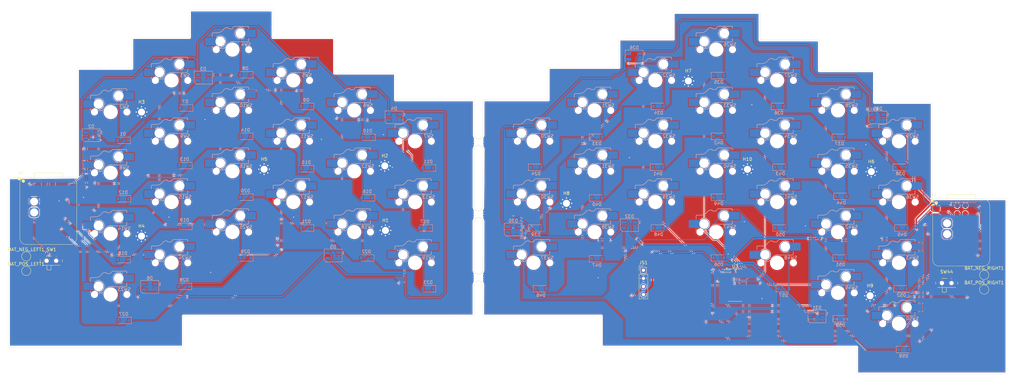
<source format=kicad_pcb>
(kicad_pcb (version 20241229) (generator "pcbnew") (generator_version "9.0")
  (layers (0 "F.Cu" signal) (2 "B.Cu" signal) (13 "F.Paste" user) (15 "B.Paste" user) (5 "F.SilkS" user "F.Silkscreen") (7 "B.SilkS" user "B.Silkscreen") (1 "F.Mask" user) (3 "B.Mask" user) (25 "Edge.Cuts" user))
  (net 0 "")
  (net 1 "GND")
  (net 2 "Net-(SW1-A)")
  (net 3 "Net-(SW44-A)")
  (net 4 "/left_half/ROW1")
  (net 5 "Net-(D1-A)")
  (net 6 "+5V")
  (net 7 "/left_half/LED")
  (net 8 "Net-(D2-DOUT)")
  (net 9 "Net-(D3-DOUT)")
  (net 10 "Net-(D4-DOUT)")
  (net 11 "Net-(D5-DOUT)")
  (net 13 "Net-(D7-A)")
  (net 14 "Net-(D8-A)")
  (net 15 "Net-(D9-A)")
  (net 16 "Net-(D10-A)")
  (net 17 "Net-(D11-A)")
  (net 18 "/left_half/ROW2")
  (net 19 "Net-(D12-A)")
  (net 20 "Net-(D13-A)")
  (net 21 "Net-(D14-A)")
  (net 22 "Net-(D15-A)")
  (net 23 "Net-(D16-A)")
  (net 24 "Net-(D17-A)")
  (net 25 "Net-(D18-A)")
  (net 26 "/left_half/ROW3")
  (net 27 "Net-(D19-A)")
  (net 28 "Net-(D20-A)")
  (net 29 "Net-(D21-A)")
  (net 30 "Net-(D22-A)")
  (net 31 "Net-(D23-A)")
  (net 32 "/right_half/ROW1")
  (net 33 "Net-(D24-A)")
  (net 34 "Net-(D25-DOUT)")
  (net 35 "/right_half/LED")
  (net 36 "Net-(D26-DOUT)")
  (net 37 "Net-(D27-A)")
  (net 38 "/left_half/ROW4")
  (net 39 "Net-(D28-A)")
  (net 40 "Net-(D29-A)")
  (net 41 "Net-(D30-DOUT)")
  (net 42 "Net-(D31-DOUT)")
  (net 44 "Net-(D33-A)")
  (net 45 "Net-(D34-A)")
  (net 46 "Net-(D35-A)")
  (net 47 "Net-(D36-A)")
  (net 48 "Net-(D37-A)")
  (net 49 "Net-(D38-A)")
  (net 50 "Net-(D39-A)")
  (net 51 "/right_half/ROW2")
  (net 52 "Net-(D40-A)")
  (net 53 "Net-(D41-A)")
  (net 54 "Net-(D42-A)")
  (net 55 "Net-(D43-A)")
  (net 56 "Net-(D44-A)")
  (net 57 "Net-(D45-A)")
  (net 58 "Net-(D46-A)")
  (net 59 "/right_half/ROW3")
  (net 60 "Net-(D47-A)")
  (net 61 "Net-(D48-A)")
  (net 62 "Net-(D49-A)")
  (net 63 "Net-(D50-A)")
  (net 64 "Net-(D51-A)")
  (net 65 "Net-(D52-A)")
  (net 66 "/right_half/ROW4")
  (net 67 "Net-(D56-A)")
  (net 68 "Net-(D57-A)")
  (net 69 "Net-(D58-A)")
  (net 70 "Net-(D59-A)")
  (net 71 "/right_half/3V3")
  (net 72 "/right_half/SCK")
  (net 73 "/left_half/VBAT")
  (net 75 "/left_half/COL1")
  (net 76 "/left_half/COL2")
  (net 77 "/left_half/COL3")
  (net 78 "/left_half/COL4")
  (net 79 "/left_half/COL5")
  (net 80 "/left_half/COL6")
  (net 81 "/right_half/COL1")
  (net 82 "/right_half/COL2")
  (net 83 "/right_half/COL3")
  (net 84 "/right_half/COL4")
  (net 85 "/right_half/COL5")
  (net 86 "/right_half/COL6")
  (net 87 "/right_half/COL7")
  (net 89 "/right_half/VBAT")
  (net 97 "/right_half/SR_LOAD")
  (net 102 "/right_half/SR_DATA")
  (net 108 "/right_half/JOY_X")
  (net 109 "/right_half/JOY_Y")
  (footprint "MountingHole:MountingHole_2.2mm_M2_Pad_Via" (layer "F.Cu") (at 257.048 80.898)
    (property "Reference" "H6")
    (property "Value" "MountingHole_Pad")
  )
  (footprint "MountingHole:MountingHole_2.2mm_M2_Pad_Via" (layer "F.Cu") (at 218.289274 80.160726)
    (property "Reference" "H10")
    (property "Value" "MountingHole_Pad")
  )
  (footprint "MountingHole:MountingHole_2.2mm_M2_Pad_Via" (layer "F.Cu") (at 161.647274 90.828726)
    (property "Reference" "H8")
    (property "Value" "MountingHole_Pad")
  )
  (footprint "TestPoint:TestPoint_Pad_D2.5mm" (layer "F.Cu") (at 292.354 117.834)
    (property "Reference" "BAT_POS_RIGHT1")
    (property "Value" "TestPoint")
  )
  (footprint "opl:modified-XIAO-nRF52840-SMD" (layer "F.Cu") (at 285.242 100.076)
    (property "Reference" "U2")
    (property "Value" "XIAO-nRF52840-SMD")
  )
  (footprint "marbastalib:mouse-bite-2.54mm-slot" (layer "F.Cu") (at 134.196 71.666 90)
    (property "Reference" "H11" (hide yes))
    (property "Value" "Break off" (hide yes))
  )
  (footprint "opl:modified-XIAO-nRF52840-SMD" (layer "F.Cu") (at -0.3935 93.2678)
    (property "Reference" "U1")
    (property "Value" "XIAO-nRF52840-SMD")
  )
  (footprint "TestPoint:TestPoint_Pad_D2.5mm" (layer "F.Cu") (at 292.354 113.284)
    (property "Reference" "BAT_NEG_RIGHT1")
    (property "Value" "TestPoint")
  )
  (footprint "TestPoint:TestPoint_Pad_D2.5mm" (layer "F.Cu") (at -7.366 111.992)
    (property "Reference" "BAT_POS_LEFT1")
    (property "Value" "TestPoint")
  )
  (footprint "Connector_PinHeader_2.54mm:PinHeader_1x04_P2.54mm_Vertical" (layer "F.Cu") (at 185.75 111.8)
    (property "Reference" "JS1")
    (property "Value" "joystick_analog")
  )
  (footprint "MountingHole:MountingHole_2.2mm_M2_Pad_Via" (layer "F.Cu") (at 28.702 101.092)
    (property "Reference" "H4")
    (property "Value" "MountingHole_Pad")
  )
  (footprint "Package_SO:SOIC-16_3.9x9.9mm_P1.27mm" (layer "F.Cu") (at 214.441 116.459)
    (property "Reference" "U3")
    (property "Value" "74HC165")
  )
  (footprint "MountingHole:MountingHole_2.2mm_M2_Pad_Via" (layer "F.Cu") (at 67.056 80.136)
    (property "Reference" "H5")
    (property "Value" "MountingHole_Pad")
  )
  (footprint "MountingHole:MountingHole_2.2mm_M2_Pad_Via" (layer "F.Cu") (at 104.82 79.08)
    (property "Reference" "H2")
    (property "Value" "MountingHole_Pad")
  )
  (footprint "marbastalib:mouse-bite-2.54mm-slot" (layer "F.Cu") (at 134.112 94.272 90)
    (property "Reference" "H13" (hide yes))
    (property "Value" "Break off" (hide yes))
  )
  (footprint "MountingHole:MountingHole_2.2mm_M2_Pad_Via" (layer "F.Cu") (at 256.643274 119.784726)
    (property "Reference" "H9")
    (property "Value" "MountingHole_Pad")
  )
  (footprint "MountingHole:MountingHole_2.2mm_M2_Pad_Via" (layer "F.Cu") (at 199.794726 52.474726)
    (property "Reference" "H7")
    (property "Value" "MountingHole_Pad")
  )
  (footprint "marbastalib:mouse-bite-2.54mm-slot" (layer "F.Cu") (at 134.112 114.046 90)
    (property "Reference" "H12" (hide yes))
    (property "Value" "Break off" (hide yes))
  )
  (footprint "Button_Switch_SMD:SW_SPDT_PCM12" (layer "F.Cu") (at 0.508 108.491)
    (property "Reference" "SW1")
    (property "Value" "SW_SPDT")
  )
  (footprint "MountingHole:MountingHole_2.2mm_M2_Pad_Via" (layer "F.Cu") (at 105.028 99.314)
    (property "Reference" "H1")
    (property "Value" "MountingHole_Pad")
  )
  (footprint "MountingHole:MountingHole_2.2mm_M2_Pad_Via" (layer "F.Cu") (at 28.702 62.23)
    (property "Reference" "H3")
    (property "Value" "MountingHole_Pad")
  )
  (footprint "Button_Switch_SMD:SW_SPDT_PCM12" (layer "F.Cu") (at 280.634 115.476)
    (property "Reference" "SW44")
    (property "Value" "SW_SPDT")
  )
  (footprint "TestPoint:TestPoint_Pad_D2.5mm" (layer "F.Cu") (at -7.366 107.442)
    (property "Reference" "BAT_NEG_LEFT1")
    (property "Value" "TestPoint")
  )
  (footprint "Diode_SMD:D_SOD-123" (layer "B.Cu") (at 171.196 89.154)
    (property "Reference" "D40")
    (property "Value" "1N5819")
  )
  (footprint "footprints:SW_MX_HS_KS-2P02B01-01_1u" (layer "B.Cu") (at 76.2 52.324 180)
    (property "Reference" "SW5")
    (property "Value" "SW_Push")
  )
  (footprint "Diode_SMD:D_SOD-123" (layer "B.Cu") (at 23.114 127.508 180)
    (property "Reference" "D27")
    (property "Value" "1N5819")
  )
  (footprint "Diode_SMD:D_SOD-123" (layer "B.Cu") (at 152.146 98.552)
    (property "Reference" "D39")
    (property "Value" "1N5819")
  )
  (footprint "Diode_SMD:D_SOD-123" (layer "B.Cu") (at 42.418 60.96 180)
    (property "Reference" "D7")
    (property "Value" "1N5819")
  )
  (footprint "LED_SMD:LED_SK6812MINI_PLCC4_3.5x3.5mm_P1.75mm" (layer "B.Cu") (at 181.384 97.649 180)
    (property "Reference" "D32")
    (property "Value" "SK6812MINI")
  )
  (footprint "LED_SMD:LED_SK6812MINI_PLCC4_3.5x3.5mm_P1.75mm" (layer "B.Cu") (at 182.852 44.817 180)
    (property "Reference" "D26")
    (property "Value" "SK6812MINI")
  )
  (footprint "footprints:SW_MX_HS_KS-2P02B01-01_1u" (layer "B.Cu") (at 208.534 42.672 180)
    (property "Reference" "SW26")
    (property "Value" "SW_Push")
  )
  (footprint "footprints:SW_MX_HS_KS-2P02B01-01_1u" (layer "B.Cu") (at 170.434 99.822 180)
    (property "Reference" "SW38")
    (property "Value" "SW_Push")
  )
  (footprint "Diode_SMD:D_SOD-123" (layer "B.Cu") (at 228.6 98.552)
    (property "Reference" "D50")
    (property "Value" "1N5819")
  )
  (footprint "LED_SMD:LED_SK6812MINI_PLCC4_3.5x3.5mm_P1.75mm" (layer "B.Cu") (at 145.034 99.06 180)
    (property "Reference" "D30")
    (property "Value" "SK6812MINI")
  )
  (footprint "Diode_SMD:D_SOD-123" (layer "B.Cu") (at 267.208 136.652)
    (property "Reference" "D59")
    (property "Value" "1N5819")
  )
  (footprint "footprints:SW_MX_HS_KS-2P02B01-01_1u" (layer "B.Cu") (at 19.05 100.33 180)
    (property "Reference" "SW14")
    (property "Value" "SW_Push")
  )
  (footprint "Diode_SMD:D_SOD-123" (layer "B.Cu") (at 247.396 127)
    (property "Reference" "D58")
    (property "Value" "1N5819")
  )
  (footprint "footprints:SW_MX_HS_KS-2P02B01-01_1u" (layer "B.Cu") (at 151.384 90.424 180)
    (property "Reference" "SW30")
    (property "Value" "SW_Push")
  )
  (footprint "Diode_SMD:D_SOD-123" (layer "B.Cu") (at 190.5 98.552)
    (property "Reference" "D48")
    (property "Value" "1N5819")
  )
  (footprint "footprints:SW_MX_HS_KS-2P02B01-01_1u" (layer "B.Cu") (at 151.384 109.474 180)
    (property "Reference" "SW37")
    (property "Value" "SW_Push")
  )
  (footprint "footprints:SW_MX_HS_KS-2P02B01-01_1u" (layer "B.Cu") (at 19.05 119.38 180)
    (property "Reference" "SW23")
    (property "Value" "SW_Push")
  )
  (footprint "footprints:SW_MX_HS_KS-2P02B01-01_1u" (layer "B.Cu") (at 189.484 71.374 180)
    (property "Reference" "SW32")
    (property "Value" "SW_Push")
  )
  (footprint "Diode_SMD:D_SOD-123" (layer "B.Cu") (at 266.446 117.602)
    (property "Reference" "D52")
    (property "Value" "1N5819")
  )
  (footprint "footprints:SW_MX_HS_KS-2P02B01-01_1u" (layer "B.Cu") (at 57.15 61.722 180)
    (property "Reference" "SW10")
    (property "Value" "SW_Push")
  )
  (footprint "Diode_SMD:D_SOD-123" (layer "B.Cu") (at 209.296 107.95)
    (property "Reference" "D56")
    (property "Value" "1N5819")
  )
  (footprint "Diode_SMD:D_SOD-123" (layer "B.Cu") (at 99.314 89.106 180)
    (property "Reference" "D16")
    (property "Value" "1N5819")
  )
  (footprint "Diode_SMD:D_SOD-123" (layer "B.Cu") (at 61.214 88.9 180)
    (property "Reference" "D20")
    (property "Value" "1N5819")
  )
  (footprint "Diode_SMD:D_SOD-123" (layer "B.Cu") (at 22.86 108.458 180)
    (property "Reference" "D18")
    (property "Value" "1N5819")
  )
  (footprint "footprints:SW_MX_HS_KS-2P02B01-01_1u" (layer "B.Cu") (at 170.434 80.772 180)
    (property "Reference" "SW31")
    (property "Value" "SW_Push")
  )
  (footprint "footprints:SW_MX_HS_KS-2P02B01-01_1u" (layer "B.Cu") (at 38.1 52.324 180)
    (property "Reference" "SW3")
    (property "Value" "SW_Push")
  )
  (footprint "Diode_SMD:D_SOD-123" (layer "B.Cu") (at 61.214 69.85 180)
    (property "Reference" "D14")
    (property "Value" "1N5819")
  )
  (footprint "Diode_SMD:D_SOD-123" (layer "B.Cu") (at 190.246 79.502)
    (property "Reference" "D41")
    (property "Value" "1N5819")
  )
  (footprint "footprints:SW_MX_HS_KS-2P02B01-01_1u" (layer "B.Cu") (at 208.534 99.822 180)
    (property "Reference" "SW47")
    (property "Value" "SW_Push")
  )
  (footprint "footprints:SW_MX_HS_KS-2P02B01-01_1u" (layer "B.Cu") (at 189.484 90.424 180)
    (property "Reference" "SW39")
    (property "Value" "SW_Push")
  )
  (footprint "Diode_SMD:D_SOD-123" (layer "B.Cu") (at 153.67 117.602)
    (property "Reference" "D46")
    (property "Value" "1N5819")
  )
  (footprint "footprints:SW_MX_HS_KS-2P02B01-01_1u" (layer "B.Cu") (at 95.25 61.722 180)
    (property "Reference" "SW6")
    (property "Value" "SW_Push")
  )
  (footprint "footprints:SW_MX_HS_KS-2P02B01-01_1u" (layer "B.Cu") (at 189.484 52.324 180)
    (property "Reference" "SW22")
    (property "Value" "SW_Push")
  )
  (footprint "Diode_SMD:D_SOD-123" (layer "B.Cu") (at 171.196 108.204)
    (property "Reference" "D47")
    (property "Value" "1N5819")
  )
  (footprint "Diode_SMD:D_SOD-123" (layer "B.Cu") (at 171.196 70.104)
    (property "Reference" "D33")
    (property "Value" "1N5819")
  )
  (footprint "Diode_SMD:D_SOD-123" (layer "B.Cu") (at 61.214 50.546 180)
    (property "Reference" "D8")
    (property "Value" "1N5819")
  )
  (footprint "footprints:SW_MX_HS_KS-2P02B01-01_1u" (layer "B.Cu") (at 246.634 80.772 180)
    (property "Reference" "SW35")
    (property "Value" "SW_Push")
  )
  (footprint "Diode_SMD:D_SOD-123" (layer "B.Cu") (at 99.442 70.104 180)
    (property "Reference" "D10")
    (property "Value" "1N5819")
  )
  (footprint "Diode_SMD:D_SOD-123" (layer "B.Cu") (at 42.164 98.044 180)
    (property "Reference" "D19")
    (property "Value" "1N5819")
  )
  (footprint "footprints:SW_MX_HS_KS-2P02B01-01_1u" (layer "B.Cu") (at 265.684 128.524 180)
    (property "Reference" "SW50")
    (property "Value" "SW_Push")
  )
  (footprint "LED_SMD:LED_SK6812MINI_PLCC4_3.5x3.5mm_P1.75mm" (layer "B.Cu") (at 31.27 116.981 180)
    (property "Reference" "D6")
    (property "Value" "SK6812MINI")
  )
  (footprint "Diode_SMD:D_SOD-123" (layer "B.Cu") (at 228.092 60.452)
    (property "Reference" "D36")
    (property "Value" "1N5819")
  )
  (footprint "footprints:SW_MX_HS_KS-2P02B01-01_1u" (layer "B.Cu") (at 227.584 52.324 180)
    (property "Reference" "SW27")
    (property "Value" "SW_Push")
  )
  (footprint "Diode_SMD:D_SOD-123" (layer "B.Cu") (at 190.5 60.452)
    (property "Reference" "D34")
    (property "Value" "1N5819")
  )
  (footprint "Diode_SMD:D_SOD-123" (layer "B.Cu") (at 209.296 50.8)
    (property "Reference" "D35")
    (property "Value" "1N5819")
  )
  (footprint "footprints:SW_MX_HS_KS-2P02B01-01_1u" (layer "B.Cu") (at 95.25 80.772 180)
    (property "Reference" "SW12")
    (property "Value" "SW_Push")
  )
  (footprint "footprints:SW_MX_HS_KS-2P02B01-01_1u" (layer "B.Cu") (at 76.2 90.424 180)
    (property "Reference" "SW17")
    (property "Value" "SW_Push")
  )
  (footprint "footprints:SW_MX_HS_KS-2P02B01-01_1u" (layer "B.Cu") (at 170.434 61.722 180)
    (property "Reference" "SW21")
    (property "Value" "SW_Push")
  )
  (footprint "footprints:SW_MX_HS_KS-2P02B01-01_1u" (layer "B.Cu") (at 38.1 109.474 180)
    (property "Reference" "SW24")
    (property "Value" "SW_Push")
  )
  (footprint "footprints:SW_MX_HS_KS-2P02B01-01_1u" (layer "B.Cu") (at 95.25 99.822 180)
    (property "Reference" "SW18")
    (property "Value" "SW_Push")
  )
  (footprint "Diode_SMD:D_SOD-123" (layer "B.Cu") (at 118.364 79.756 180)
    (property "Reference" "D11")
    (property "Value" "1N5819")
  )
  (footprint "Diode_SMD:D_SOD-123" (layer "B.Cu") (at 209.296 69.85)
    (property "Reference" "D42")
    (property "Value" "1N5819")
  )
  (footprint "LED_SMD:LED_SK6812MINI_PLCC4_3.5x3.5mm_P1.75mm" (layer "B.Cu") (at 88.646 107.188 180)
    (property "Reference" "D5")
    (property "Value" "SK6812MINI")
  )
  (footprint "Diode_SMD:D_SOD-123" (layer "B.Cu") (at 80.264 60.452 180)
    (property "Reference" "D9")
    (property "Value" "1N5819")
  )
  (footprint "LED_SMD:LED_SK6812MINI_PLCC4_3.5x3.5mm_P1.75mm" (layer "B.Cu") (at 259.052 63.895 180)
    (property "Reference" "D25")
    (property "Value" "SK6812MINI")
  )
  (footprint "Diode_SMD:D_SOD-123" (layer "B.Cu") (at 229.616 117.602)
    (property "Reference" "D57")
    (property "Value" "1N5819")
  )
  (footprint "Diode_SMD:D_SOD-123" (layer "B.Cu") (at 247.142 70.104)
    (property "Reference" "D37")
    (property "Value" "1N5819")
  )
  (footprint "footprints:SW_MX_HS_KS-2P02B01-01_1u" (layer "B.Cu") (at 38.1 90.424 180)
    (property "Reference" "SW15")
    (property "Value" "SW_Push")
  )
  (footprint "Diode_SMD:D_SOD-123" (layer "B.Cu") (at 80.264 98.552 180)
    (property "Reference" "D21")
    (property "Value" "1N5819")
  )
  (footprint "footprints:SW_MX_HS_KS-2P02B01-01_1u" (layer "B.Cu") (at 19.05 62.23 180)
    (property "Reference" "SW2")
    (property "Value" "SW_Push")
  )
  (footprint "LED_SMD:LED_SK6812MINI_PLCC4_3.5x3.5mm_P1.75mm" (layer "B.Cu") (at 48.034 51.449 180)
    (property "Reference" "D3")
    (property "Value" "SK6812MINI")
  )
  (footprint "Diode_SMD:D_SOD-123" (layer "B.Cu") (at 152.146 79.502)
    (property "Reference" "D24")
    (property "Value" "1N5819")
  )
  (footprint "footprints:SW_MX_HS_KS-2P02B01-01_1u" (layer "B.Cu") (at 208.534 80.772 180)
    (property "Reference" "SW40")
    (property "Value" "SW_Push")
  )
  (footprint "Diode_SMD:D_SOD-123" (layer "B.Cu") (at 266.192 79.502)
    (property "Reference" "D38")
    (property "Value" "1N5819")
  )
  (footprint "footprints:SW_MX_HS_KS-2P02B01-01_1u" (layer "B.Cu") (at 38.1 71.374 180)
    (property "Reference" "SW9")
    (property "Value" "SW_Push")
  )
  (footprint "footprints:SW_MX_HS_KS-2P02B01-01_1u" (layer "B.Cu") (at 246.634 61.722 180)
    (property "Reference" "SW28")
    (property "Value" "SW_Push")
  )
  (footprint "Diode_SMD:D_SOD-123" (layer "B.Cu") (at 247.396 107.95)
    (property "Reference" "D51")
    (property "Value" "1N5819")
  )
  (footprint "footprints:SW_MX_HS_KS-2P02B01-01_1u" (layer "B.Cu") (at 114.3 71.374 180)
    (property "Reference" "SW7")
    (property "Value" "SW_Push")
  )
  (footprint "Diode_SMD:D_SOD-123" (layer "B.Cu") (at 22.86 71.12 180)
    (property "Reference" "D1")
    (property "Value" "1N5819")
  )
  (footprint "footprints:SW_MX_HS_KS-2P02B01-01_1u" (layer "B.Cu") (at 246.634 118.872 180)
    (property "Reference" "SW49")
    (property "Value" "SW_Push")
  )
  (footprint "footprints:SW_MX_HS_KS-2P02B01-01_1u" (layer "B.Cu") (at 57.15 80.772 180)
    (property "Reference" "SW16")
    (property "Value" "SW_Push")
  )
  (footprint "footprints:SW_MX_HS_KS-2P02B01-01_1u" (layer "B.Cu") (at 227.584 71.374 180)
    (property "Reference" "SW34")
    (property "Value" "SW_Push")
  )
  (footprint "footprints:SW_MX_HS_KS-2P02B01-01_1u" (layer "B.Cu") (at 265.684 90.424 180)
    (property "Reference" "SW36")
    (property "Value" "SW_Push")
  )
  (footprint "Diode_SMD:D_SOD-123" (layer "B.Cu") (at 209.296 88.9)
    (property "Reference" "D49")
    (property "Value" "1N5819")
  )
  (footprint "footprints:SW_MX_HS_KS-2P02B01-01_1u" (layer "B.Cu") (at 114.3 109.474 180)
    (property "Reference" "SW19")
    (property "Value" "SW_Push")
  )
  (footprint "footprints:SW_MX_HS_KS-2P02B01-01_1u" (layer "B.Cu") (at 151.384 71.374 180)
    (property "Reference" "SW20")
    (property "Value" "SW_Push")
  )
  (footprint "footprints:SW_MX_HS_KS-2P02B01-01_1u" (layer "B.Cu") (at 57.15 42.672 180)
    (property "Reference" "SW4")
    (property "Value" "SW_Push")
  )
  (footprint "Diode_SMD:D_SOD-123" (layer "B.Cu") (at 99.06 107.95 180)
    (property "Reference" "D22")
    (property "Value" "1N5819")
  )
  (footprint "footprints:SW_MX_HS_KS-2P02B01-01_1u" (layer "B.Cu") (at 208.534 61.722 180)
    (property "Reference" "SW33")
    (property "Value" "SW_Push")
  )
  (footprint "footprints:SW_MX_HS_KS-2P02B01-01_1u" (layer "B.Cu") (at 265.684 109.474 180)
    (property "Reference" "SW43")
    (property "Value" "SW_Push")
  )
  (footprint "footprints:SW_MX_HS_KS-2P02B01-01_1u" (layer "B.Cu") (at 114.3 90.424 180)
    (property "Reference" "SW13")
    (property "Value" "SW_Push")
  )
  (footprint "Diode_SMD:D_SOD-123" (layer "B.Cu") (at 42.164 78.994 180)
    (property "Reference" "D13")
    (property "Value" "1N5819")
  )
  (footprint "Diode_SMD:D_SOD-123" (layer "B.Cu") (at 228.6 79.502)
    (property "Reference" "D43")
    (property "Value" "1N5819")
  )
  (footprint "Diode_SMD:D_SOD-123" (layer "B.Cu") (at 61.214 107.95 180)
    (property "Reference" "D29")
    (property "Value" "1N5819")
  )
  (footprint "footprints:SW_MX_HS_KS-2P02B01-01_1u" (layer "B.Cu") (at 227.584 90.424 180)
    (property "Reference" "SW41")
    (property "Value" "SW_Push")
  )
  (footprint "footprints:SW_MX_HS_KS-2P02B01-01_1u" (layer "B.Cu") (at 265.684 71.374 180)
    (property "Reference" "SW29")
    (property "Value" "SW_Push")
  )
  (footprint "Diode_SMD:D_SOD-123" (layer "B.Cu") (at 118.364 117.602 180)
    (property "Reference" "D23")
    (property "Value" "1N5819")
  )
  (footprint "Diode_SMD:D_SOD-123" (layer "B.Cu") (at 80.264 80.01 180)
    (property "Reference" "D15")
    (property "Value" "1N5819")
  )
  (footprint "Diode_SMD:D_SOD-123" (layer "B.Cu") (at 266.7 98.552)
    (property "Reference" "D45")
    (property "Value" "1N5819")
  )
  (footprint "Diode_SMD:D_SOD-123" (layer "B.Cu") (at 117.348 98.552 180)
    (property "Reference" "D17")
    (property "Value" "1N5819")
  )
  (footprint "footprints:SW_MX_HS_KS-2P02B01-01_1u" (layer "B.Cu") (at 19.05 81.28 180)
    (property "Reference" "SW8")
    (property "Value" "SW_Push")
  )
  (footprint "LED_SMD:LED_SK6812MINI_PLCC4_3.5x3.5mm_P1.75mm" (layer "B.Cu") (at 107.724 63.867 180)
    (property "Reference" "D4")
    (property "Value" "SK6812MINI")
  )
  (footprint "footprints:SW_MX_HS_KS-2P02B01-01_1u" (layer "B.Cu") (at 246.634 99.822 180)
    (property "Reference" "SW42")
    (property "Value" "SW_Push")
  )
  (footprint "Diode_SMD:D_SOD-123" (layer "B.Cu") (at 247.65 88.646)
    (property "Reference" "D44")
    (property "Value" "1N5819")
  )
  (footprint "Diode_SMD:D_SOD-123" (layer "B.Cu") (at 42.038 116.84 180)
    (property "Reference" "D28")
    (property "Value" "1N5819")
  )
  (footprint "footprints:SW_MX_HS_KS-2P02B01-01_1u" (layer "B.Cu") (at 57.15 99.822 180)
    (property "Reference" "SW25")
    (property "Value" "SW_Push")
  )
  (footprint "Diode_SMD:D_SOD-123" (layer "B.Cu") (at 22.988 89.408 180)
    (property "Reference" "D12")
    (property "Value" "1N5819")
  )
  (footprint "footprints:SW_MX_HS_KS-2P02B01-01_1u" (layer "B.Cu") (at 227.584 109.474 180)
    (property "Reference" "SW48")
    (property "Value" "SW_Push")
  )
  (footprint "footprints:SW_MX_HS_KS-2P02B01-01_1u" (layer "B.Cu") (at 76.2 71.374 180)
    (property "Reference" "SW11")
    (property "Value" "SW_Push")
  )
  (footprint "LED_SMD:LED_SK6812MINI_PLCC4_3.5x3.5mm_P1.75mm" (layer "B.Cu") (at 240.03 126.238 180)
    (property "Reference" "D31")
    (property "Value" "SK6812MINI")
  )
  (footprint "LED_SMD:LED_SK6812MINI_PLCC4_3.5x3.5mm_P1.75mm" (layer "B.Cu") (at 12.982 69.483 180)
    (property "Reference" "D2")
    (property "Value" "SK6812MINI")
  )
  (gr_arc (start 135.555025 69.301161) (mid 134.189419 70.695329) (end 132.825 69.3) (stroke (width 0.05)) (layer "Edge.Cuts"))
  (gr_line (start 69.85 38.862) (end 89.154 38.862) (stroke (width 0.05)) (layer "Edge.Cuts"))
  (gr_line (start 299.466 144.272) (end 252.476 144.272) (stroke (width 0.05)) (layer "Edge.Cuts"))
  (gr_line (start 132.764987 126.129637) (end 41.81 126.155) (stroke (width 0.05)) (layer "Edge.Cuts"))
  (gr_line (start 178.054 48.26) (end 178.054 39.37) (stroke (width 0.05)) (layer "Edge.Cuts"))
  (gr_line (start 135.5 111.7) (end 135.509843 96.775243) (stroke (width 0.05)) (layer "Edge.Cuts"))
  (gr_line (start 69.85 30.226) (end 69.85 38.862) (stroke (width 0.05)) (layer "Edge.Cuts"))
  (gr_line (start 178.054 48.26) (end 155.956 48.26) (stroke (width 0.05)) (layer "Edge.Cuts"))
  (gr_line (start 132.825 69.3) (end 132.825 58.42) (stroke (width 0.05)) (layer "Edge.Cuts"))
  (gr_line (start -12.954 135.89) (end -12.954 82.804) (stroke (width 0.05)) (layer "Edge.Cuts"))
  (gr_arc (start 132.76 116.4) (mid 134.12 115.04) (end 135.48 116.4) (stroke (width 0.05)) (layer "Edge.Cuts"))
  (gr_line (start -12.954 82.804) (end 8.636 82.55) (stroke (width 0.05)) (layer "Edge.Cuts"))
  (gr_line (start 195.072 39.37) (end 195.072 30.988) (stroke (width 0.05)) (layer "Edge.Cuts"))
  (gr_line (start 41.81 126.155) (end 41.81 135.89) (stroke (width 0.05)) (layer "Edge.Cuts"))
  (gr_line (start 135.555024 69.301161) (end 135.555025 58.42) (stroke (width 0.05)) (layer "Edge.Cuts"))
  (gr_line (start 276.098 89.408) (end 299.466 89.408) (stroke (width 0.05)) (layer "Edge.Cuts"))
  (gr_arc (start 132.74 96.774) (mid 134.125628 95.204113) (end 135.509843 96.775246) (stroke (width 0.05)) (layer "Edge.Cuts"))
  (gr_line (start 41.81 135.89) (end -12.954 135.89) (stroke (width 0.05)) (layer "Edge.Cuts"))
  (gr_line (start 299.466 89.408) (end 299.466 138.43) (stroke (width 0.05)) (layer "Edge.Cuts"))
  (gr_line (start 172.56 126.13) (end 172.56 135.89) (stroke (width 0.05)) (layer "Edge.Cuts"))
  (gr_line (start 258.064 59.182) (end 276.098 59.182) (stroke (width 0.05)) (layer "Edge.Cuts"))
  (gr_line (start 43.688 30.226) (end 69.85 30.226) (stroke (width 0.05)) (layer "Edge.Cuts"))
  (gr_line (start 258.064 49.276) (end 258.064 59.182) (stroke (width 0.05)) (layer "Edge.Cuts"))
  (gr_line (start 240.792 49.276) (end 258.064 49.276) (stroke (width 0.05)) (layer "Edge.Cuts"))
  (gr_line (start 132.764987 126.129637) (end 132.76 116.4) (stroke (width 0.05)) (layer "Edge.Cuts"))
  (gr_line (start 25.654 48.514) (end 25.654 38.862) (stroke (width 0.05)) (layer "Edge.Cuts"))
  (gr_line (start 135.450299 91.930145) (end 135.61 74) (stroke (width 0.05)) (layer "Edge.Cuts"))
  (gr_line (start 299.466 138.43) (end 299.466 144.272) (stroke (width 0.05)) (layer "Edge.Cuts"))
  (gr_arc (start 135.4503 91.930145) (mid 134.129928 93.280188) (end 132.77 91.97) (stroke (width 0.05)) (layer "Edge.Cuts"))
  (gr_line (start 155.956 58.42) (end 155.956 48.26) (stroke (width 0.05)) (layer "Edge.Cuts"))
  (gr_arc (start 135.5 111.7) (mid 134.110001 113.079964) (end 132.740145 111.680002) (stroke (width 0.05)) (layer "Edge.Cuts"))
  (gr_line (start 8.636 82.55) (end 8.636 48.514) (stroke (width 0.05)) (layer "Edge.Cuts"))
  (gr_arc (start 132.77 74) (mid 134.19 72.58) (end 135.61 74) (stroke (width 0.05)) (layer "Edge.Cuts"))
  (gr_line (start 132.825 58.42) (end 108.204 58.42) (stroke (width 0.05)) (layer "Edge.Cuts"))
  (gr_line (start 89.154 38.862) (end 89.154 50.038) (stroke (width 0.05)) (layer "Edge.Cuts"))
  (gr_line (start 135.48 116.4) (end 135.45 126.13) (stroke (width 0.05)) (layer "Edge.Cuts"))
  (gr_line (start 178.054 39.37) (end 195.072 39.37) (stroke (width 0.05)) (layer "Edge.Cuts"))
  (gr_line (start 135.555025 58.42) (end 155.956 58.42) (stroke (width 0.05)) (layer "Edge.Cuts"))
  (gr_line (start 276.098 59.182) (end 276.098 89.408) (stroke (width 0.05)) (layer "Edge.Cuts"))
  (gr_line (start 135.45 126.13) (end 172.56 126.13) (stroke (width 0.05)) (layer "Edge.Cuts"))
  (gr_line (start 108.204 50.038) (end 108.204 58.42) (stroke (width 0.05)) (layer "Edge.Cuts"))
  (gr_line (start 233.934 135.89) (end 172.56 135.89) (stroke (width 0.05)) (layer "Edge.Cuts"))
  (gr_line (start 132.77 74) (end 132.77 91.97) (stroke (width 0.05)) (layer "Edge.Cuts"))
  (gr_line (start 222.25 30.988) (end 222.25 39.624) (stroke (width 0.05)) (layer "Edge.Cuts"))
  (gr_line (start 89.154 50.038) (end 108.204 50.038) (stroke (width 0.05)) (layer "Edge.Cuts"))
  (gr_line (start 43.688 38.862) (end 43.688 30.226) (stroke (width 0.05)) (layer "Edge.Cuts"))
  (gr_line (start 252.476 144.272) (end 252.476 135.89) (stroke (width 0.05)) (layer "Edge.Cuts"))
  (gr_line (start 222.25 39.624) (end 240.792 39.624) (stroke (width 0.05)) (layer "Edge.Cuts"))
  (gr_line (start 132.74 96.774) (end 132.74 111.68) (stroke (width 0.05)) (layer "Edge.Cuts"))
  (gr_line (start 8.636 48.514) (end 25.654 48.514) (stroke (width 0.05)) (layer "Edge.Cuts"))
  (gr_line (start 195.072 30.988) (end 222.25 30.988) (stroke (width 0.05)) (layer "Edge.Cuts"))
  (gr_line (start 240.792 39.624) (end 240.792 49.276) (stroke (width 0.05)) (layer "Edge.Cuts"))
  (gr_line (start 252.476 135.89) (end 233.934 135.89) (stroke (width 0.05)) (layer "Edge.Cuts"))
  (gr_line (start 25.654 38.862) (end 43.688 38.862) (stroke (width 0.05)) (layer "Edge.Cuts"))
  (segment (start 214.998702 113.284) (end 212.24 110.525298) (width 0.25) (layer "F.Cu") (net 1))
  (segment (start 16.05 71.02) (end 19.912 71.02) (width 0.25) (layer "F.Cu") (net 1))
  (segment (start 160.752 91.724) (end 161.647274 90.828726) (width 0.25) (layer "F.Cu") (net 1))
  (segment (start 2.7222 90.2678) (end 2.92 90.07) (width 0.25) (layer "F.Cu") (net 1))
  (segment (start 104.75 74.34) (end 104.82 74.41) (width 0.25) (layer "F.Cu") (net 1))
  (segment (start 212.24 110.525298) (end 212.24 107.21) (width 0.25) (layer "F.Cu") (net 1))
  (segment (start -4.8935 90.2678) (end 2.7222 90.2678) (width 0.25) (layer "F.Cu") (net 1))
  (segment (start 145.03 98.49) (end 145.03 94.75) (width 0.25) (layer "F.Cu") (net 1))
  (segment (start 19.912 71.02) (end 28.702 62.23) (width 0.25) (layer "F.Cu") (net 1))
  (segment (start 152.9 93.1) (end 154.276 91.724) (width 0.25) (layer "F.Cu") (net 1))
  (segment (start 104.4 69.31) (end 104.4 69.66) (width 0.25) (layer "F.Cu") (net 1))
  (segment (start 104.75 70.01) (end 104.75 74.34) (width 0.25) (layer "F.Cu") (net 1))
  (segment (start 215.941001 119.634) (end 214.671001 120.904) (width 0.25) (layer "F.Cu") (net 1))
  (segment (start 144.96 98.56) (end 145.03 98.49) (width 0.25) (layer "F.Cu") (net 1))
  (segment (start 154.276 91.724) (end 160.752 91.724) (width 0.25) (layer "F.Cu") (net 1))
  (segment (start 217.31 96.56) (end 218.289274 95.580726) (width 0.25) (layer "F.Cu") (net 1))
  (segment (start 9.8078 88.1878) (end 7.6615 88.1878) (width 0.25) (layer "F.Cu") (net 1))
  (segment (start 216.916 119.634) (end 215.941001 119.634) (width 0.25) (layer "F.Cu") (net 1))
  (segment (start 10.56 88.94) (end 9.8078 88.1878) (width 0.25) (layer "F.Cu") (net 1))
  (segment (start 212.24 106.71) (end 212.26 106.69) (width 0.25) (layer "F.Cu") (net 1))
  (segment (start 218.289274 95.580726) (end 218.289274 80.160726) (width 0.25) (layer "F.Cu") (net 1))
  (segment (start 104.82 74.41) (end 104.82 79.08) (width 0.25) (layer "F.Cu") (net 1))
  (segment (start 104.4 69.66) (end 104.75 70.01) (width 0.25) (layer "F.Cu") (net 1))
  (segment (start 216.916 113.284) (end 214.998702 113.284) (width 0.25) (layer "F.Cu") (net 1))
  (segment (start 212.24 107.21) (end 212.24 106.71) (width 0.25) (layer "F.Cu") (net 1))
  (segment (start 212.87 121.95) (end 212.87 121.808) (width 0.25) (layer "F.Cu") (net 1))
  (segment (start 214.671001 120.904) (end 211.966 120.904) (width 0.25) (layer "F.Cu") (net 1))
  (via (at 48.58 64.59) (size 0.6) (drill 0.3) (layers "F.Cu" "B.Cu") (net 1))
  (via (at 16.05 71.02) (size 0.6) (drill 0.3) (layers "F.Cu" "B.Cu") (net 1))
  (via (at 145.03 94.75) (size 0.6) (drill 0.3) (layers "F.Cu" "B.Cu") (net 1))
  (via (at 152.9 93.1) (size 0.6) (drill 0.3) (layers "F.Cu" "B.Cu") (net 1))
  (via (at 104.4 69.31) (size 0.6) (drill 0.3) (layers "F.Cu" "B.Cu") (net 1))
  (via (at 2.92 90.07) (size 0.6) (drill 0.3) (layers "F.Cu" "B.Cu") (net 1))
  (via (at 212.26 106.69) (size 0.6) (drill 0.3) (layers "F.Cu" "B.Cu") (net 1))
  (via (at 10.56 88.94) (size 0.6) (drill 0.3) (layers "F.Cu" "B.Cu") (net 1))
  (via (at 144.96 98.56) (size 0.6) (drill 0.3) (layers "F.Cu" "B.Cu") (net 1))
  (via (at 181.34 76.51) (size 0.6) (drill 0.3) (layers "F.Cu" "B.Cu") (net 1))
  (via (at 236.45 97.88) (size 0.6) (drill 0.3) (layers "F.Cu" "B.Cu") (net 1))
  (via (at 50.35 112.45) (size 0.6) (drill 0.3) (layers "F.Cu" "B.Cu") (net 1))
  (via (at 84.97 70.77) (size 0.6) (drill 0.3) (layers "F.Cu" "B.Cu") (net 1))
  (via (at 107.19 79.56) (size 0.6) (drill 0.3) (layers "F.Cu" "B.Cu") (net 1))
  (via (at 37.28 95.15) (size 0.6) (drill 0.3) (layers "F.Cu" "B.Cu") (net 1))
  (via (at 255.35 72.44) (size 0.6) (drill 0.3) (layers "F.Cu" "B.Cu") (net 1))
  (via (at 217.31 96.56) (size 0.6) (drill 0.3) (layers "F.Cu" "B.Cu") (net 1))
  (via (at 76.32 95.15) (size 0.6) (drill 0.3) (layers "F.Cu" "B.Cu") (net 1))
  (via (at 171.62 114.13) (size 0.6) (drill 0.3) (layers "F.Cu" "B.Cu") (net 1))
  (via (at 222.85 120.66) (size 0.6) (drill 0.3) (layers "F.Cu" "B.Cu") (net 1))
  (via (at 219.67 59.96) (size 0.6) (drill 0.3) (layers "F.Cu" "B.Cu") (net 1))
  (segment (start 108.185486 64.742) (end 104.4 68.527486) (width 0.25) (layer "B.Cu") (net 1))
  (segment (start 146.335 99.935) (end 144.96 98.56) (width 0.25) (layer "B.Cu") (net 1))
  (segment (start 109.474 64.742) (end 108.185486 64.742) (width 0.25) (layer "B.Cu") (net 1))
  (segment (start 146.784 99.935) (end 146.335 99.935) (width 0.25) (layer "B.Cu") (net 1))
  (segment (start 145.03 94.75) (end 151.25 94.75) (width 0.25) (layer "B.Cu") (net 1))
  (segment (start 2.92 90.07) (end 4.05 88.94) (width 0.25) (layer "B.Cu") (net 1))
  (segment (start 151.25 94.75) (end 152.9 93.1) (width 0.25) (layer "B.Cu") (net 1))
  (segment (start 15.388 70.358) (end 16.05 71.02) (width 0.25) (layer "B.Cu") (net 1))
  (segment (start 4.05 88.94) (end 10.56 88.94) (width 0.25) (layer "B.Cu") (net 1))
  (segment (start 104.4 68.527486) (end 104.4 69.31) (width 0.25) (layer "B.Cu") (net 1))
  (segment (start 212.26 106.69) (end 217.31 101.64) (width 0.25) (layer "B.Cu") (net 1))
  (segment (start 14.732 70.358) (end 15.388 70.358) (width 0.25) (layer "B.Cu") (net 1))
  (segment (start 217.31 101.64) (end 217.31 96.56) (width 0.25) (layer "B.Cu") (net 1))
  (segment (start -1.742 108.061) (end -1.742 107.061) (width 0.25) (layer "F.Cu") (net 2))
  (segment (start -7.366 111.992) (end -3.811 108.437) (width 0.25) (layer "F.Cu") (net 2))
  (segment (start -3.811 108.437) (end -2.118 108.437) (width 0.25) (layer "F.Cu") (net 2))
  (segment (start -2.118 108.437) (end -1.742 108.061) (width 0.25) (layer "F.Cu") (net 2))
  (segment (start 289.342 120.846) (end 292.354 117.834) (width 0.25) (layer "F.Cu") (net 3))
  (segment (start 278.308 116.14814) (end 283.00586 120.846) (width 0.25) (layer "F.Cu") (net 3))
  (segment (start 278.384 114.046) (end 278.308 114.122) (width 0.25) (layer "F.Cu") (net 3))
  (segment (start 283.00586 120.846) (end 289.342 120.846) (width 0.25) (layer "F.Cu") (net 3))
  (segment (start 278.308 114.122) (end 278.308 116.14814) (width 0.25) (layer "F.Cu") (net 3))
  (segment (start 10.64 81.400024) (end 10.64 73.78) (width 0.2) (layer "F.Cu") (net 4))
  (segment (start -8.5035 88.1878) (end -3.864 83.5483) (width 0.2) (layer "F.Cu") (net 4))
  (segment (start 8.491724 83.5483) (end 10.64 81.400024) (width 0.2) (layer "F.Cu") (net 4))
  (segment (start -3.864 83.5483) (end 8.491724 83.5483) (width 0.2) (layer "F.Cu") (net 4))
  (via (at 10.64 73.78) (size 0.6) (drill 0.3) (layers "F.Cu" "B.Cu") (net 4))
  (segment (start 119.113 80.657) (end 120.014 79.756) (width 0.2) (layer "B.Cu") (net 4))
  (segment (start 21.85 73.78) (end 24.51 71.12) (width 0.2) (layer "B.Cu") (net 4))
  (segment (start 63.616 50.546) (end 75.99 62.92) (width 0.2) (layer "B.Cu") (net 4))
  (segment (start 114.967174 78.855) (end 114.967174 79.359284) (width 0.2) (layer "B.Cu") (net 4))
  (segment (start 101.373 70.385) (end 106.497174 70.385) (width 0.2) (layer "B.Cu") (net 4))
  (segment (start 81.914 60.452) (end 92.467 71.005) (width 0.2) (layer "B.Cu") (net 4))
  (segment (start 116.26489 80.657) (end 119.113 80.657) (width 0.2) (layer "B.Cu") (net 4))
  (segment (start 79.446 62.92) (end 81.914 60.452) (width 0.2) (layer "B.Cu") (net 4))
  (segment (start 24.51 71.12) (end 31.287 64.343) (width 0.2) (layer "B.Cu") (net 4))
  (segment (start 75.99 62.92) (end 79.446 62.92) (width 0.2) (layer "B.Cu") (net 4))
  (segment (start 62.864 50.546) (end 63.616 50.546) (width 0.2) (layer "B.Cu") (net 4))
  (segment (start 44.068 60.96) (end 52.053 52.975) (width 0.2) (layer "B.Cu") (net 4))
  (segment (start 92.467 71.005) (end 100.191 71.005) (width 0.2) (layer "B.Cu") (net 4))
  (segment (start 106.497174 70.385) (end 114.967174 78.855) (width 0.2) (layer "B.Cu") (net 4))
  (segment (start 52.053 52.975) (end 60.435 52.975) (width 0.2) (layer "B.Cu") (net 4))
  (segment (start 60.435 52.975) (end 62.864 50.546) (width 0.2) (layer "B.Cu") (net 4))
  (segment (start 101.092 70.104) (end 101.373 70.385) (width 0.2) (layer "B.Cu") (net 4))
  (segment (start 10.64 73.78) (end 21.85 73.78) (width 0.2) (layer "B.Cu") (net 4))
  (segment (start 31.287 64.343) (end 40.685 64.343) (width 0.2) (layer "B.Cu") (net 4))
  (segment (start 40.685 64.343) (end 44.068 60.96) (width 0.2) (layer "B.Cu") (net 4))
  (segment (start 100.191 71.005) (end 101.092 70.104) (width 0.2) (layer "B.Cu") (net 4))
  (segment (start 114.967174 79.359284) (end 116.26489 80.657) (width 0.2) (layer "B.Cu") (net 4))
  (segment (start 21.59 57.15) (end 21.59 70.74) (width 0.2) (layer "B.Cu") (net 5))
  (segment (start 21.59 70.74) (end 21.21 71.12) (width 0.2) (layer "B.Cu") (net 5))
  (segment (start 175.39 102.25) (end 175.41 102.27) (width 0.5) (layer "F.Cu") (net 6))
  (segment (start 291 90.159) (end 275.786926 90.159) (width 0.5) (layer "F.Cu") (net 6))
  (segment (start 183.76 101.9) (end 185.44 103.58) (width 0.5) (layer "F.Cu") (net 6))
  (segment (start 11.45 81.55) (end 11.45 72.081998) (width 0.5) (layer "F.Cu") (net 6))
  (segment (start 11.4578 85.6478) (end 11.48 85.67) (width 0.5) (layer "F.Cu") (net 6))
  (segment (start 264.418321 66.58) (end 255.84 66.58) (width 0.5) (layer "F.Cu") (net 6))
  (segment (start 27.7 120.06) (end 27.67 120.09) (width 0.5) (layer "F.Cu") (net 6))
  (segment (start 270.325 79.543321) (end 268.1789 77.397221) (width 0.5) (layer "F.Cu") (net 6))
  (segment (start 183.66 101.9) (end 183.76 101.9) (width 0.5) (layer "F.Cu") (net 6))
  (segment (start 268.1789 70.340579) (end 264.418321 66.58) (width 0.5) (layer "F.Cu") (net 6))
  (segment (start 11.45 72.081998) (end 13.431998 70.1) (width 0.5) (layer "F.Cu") (net 6))
  (segment (start 7.6615 85.6478) (end 11.4578 85.6478) (width 0.5) (layer "F.Cu") (net 6))
  (segment (start 268.1789 77.397221) (end 268.1789 70.340579) (width 0.5) (layer "F.Cu") (net 6))
  (segment (start 293.297 92.456) (end 291 90.159) (width 0.5) (layer "F.Cu") (net 6))
  (segment (start 171.57 102.25) (end 175.39 102.25) (width 0.5) (layer "F.Cu") (net 6))
  (segment (start 275.786926 90.159) (end 270.325 84.697074) (width 0.5) (layer "F.Cu") (net 6))
  (segment (start 42.97 120.06) (end 27.7 120.06) (width 0.5) (layer "F.Cu") (net 6))
  (segment (start 270.325 84.697074) (end 270.325 79.543321) (width 0.5) (layer "F.Cu") (net 6))
  (via (at 185.44 103.58) (size 0.6) (drill 0.3) (layers "F.Cu" "B.Cu") (net 6))
  (via (at 27.67 120.09) (size 0.6) (drill 0.3) (layers "F.Cu" "B.Cu") (net 6))
  (via (at 11.45 81.55) (size 0.6) (drill 0.3) (layers "F.Cu" "B.Cu") (net 6))
  (via (at 171.57 102.25) (size 0.6) (drill 0.3) (layers "F.Cu" "B.Cu") (net 6))
  (via (at 42.97 120.06) (size 0.6) (drill 0.3) (layers "F.Cu" "B.Cu") (net 6))
  (via (at 183.66 101.9) (size 0.6) (drill 0.3) (layers "F.Cu" "B.Cu") (net 6))
  (via (at 255.84 66.58) (size 0.6) (drill 0.3) (layers "F.Cu" "B.Cu") (net 6))
  (via (at 13.431998 70.1) (size 0.6) (drill 0.3) (layers "F.Cu" "B.Cu") (net 6))
  (via (at 175.41 102.27) (size 0.6) (drill 0.3) (layers "F.Cu" "B.Cu") (net 6))
  (via (at 11.48 85.67) (size 0.6) (drill 0.3) (layers "F.Cu" "B.Cu") (net 6))
  (segment (start 168.429679 101.346) (end 169.400579 102.3169) (width 0.5) (layer "B.Cu") (net 6))
  (segment (start 86.896 106.313) (end 86.547 106.313) (width 0.5) (layer "B.Cu") (net 6))
  (segment (start 175.676074 51.7) (end 166.21 51.7) (width 0.5) (layer "B.Cu") (net 6))
  (segment (start 179.83 45.88) (end 179.83 48.54) (width 0.5) (layer "B.Cu") (net 6))
  (segment (start 179.83 48.54) (end 179.947 48.657) (width 0.5) (layer "B.Cu") (net 6))
  (segment (start 9.964 58.392708) (end 16.871708 51.485) (width 0.5) (layer "B.Cu") (net 6))
  (segment (start 151.177 66.733) (end 142.492 66.733) (width 0.5) (layer "B.Cu") (net 6))
  (segment (start 212.444 109.344) (end 220.247758 109.344) (width 0.5) (layer "B.Cu") (net 6))
  (segment (start 46.284 50.574) (end 46.284 40.614708) (width 0.5) (layer "B.Cu") (net 6))
  (segment (start 46.284 40.614708) (end 51.407708 35.491) (width 0.5) (layer "B.Cu") (net 6))
  (segment (start 141.51 67.715) (end 141.51 96.411) (width 0.5) (layer "B.Cu") (net 6))
  (segment (start 147.254242 95.55) (end 149.595 97.890758) (width 0.5) (layer "B.Cu") (net 6))
  (segment (start 220.247758 109.344) (end 227.454758 116.551) (width 0.5) (layer "B.Cu") (net 6))
  (segment (start 111.251075 113.219) (end 92.866588 113.219) (width 0.5) (layer "B.Cu") (net 6))
  (segment (start 238.25 46.875) (end 238.25 42.35) (width 0.5) (layer "B.Cu") (net 6))
  (segment (start 92.594926 54.541) (end 102.262292 54.541) (width 0.5) (layer "B.Cu") (net 6))
  (segment (start 179.634 96.774) (end 180.784 96.774) (width 0.5) (layer "B.Cu") (net 6))
  (segment (start 210.216879 107.116879) (end 210.045 107.288758) (width 0.5) (layer "B.Cu") (net 6))
  (segment (start 9.964 67.34) (end 9.964 58.392708) (width 0.5) (layer "B.Cu") (net 6))
  (segment (start 211.457242 109.001) (end 211.779121 108.679121) (width 0.5) (layer "B.Cu") (net 6))
  (segment (start 210.045 107.288758) (end 210.045 108.611242) (width 0.5) (layer "B.Cu") (net 6))
  (segment (start 171.5031 102.3169) (end 171.57 102.25) (width 0.5) (layer "B.Cu") (net 6))
  (segment (start 227.454758 116.551) (end 228.652758 116.551) (width 0.5) (layer "B.Cu") (net 6))
  (segment (start 75.068926 45.143) (end 83.943 45.143) (width 0.5) (layer "B.Cu") (net 6))
  (segment (start 197.59 33.56) (end 197.58 33.56) (width 0.5) (layer "B.Cu") (net 6))
  (segment (start 11.48 81.58) (end 11.45 81.55) (width 0.5) (layer "B.Cu") (net 6))
  (segment (start 255.84 64.107) (end 256.927 63.02) (width 0.5) (layer "B.Cu") (net 6))
  (segment (start 181.978 43.066) (end 181.102 43.942) (width 0.5) (layer "B.Cu") (net 6))
  (segment (start 65.416926 35.491) (end 75.068926 45.143) (width 0.5) (layer "B.Cu") (net 6))
  (segment (start 177.96 50.63) (end 176.746074 50.63) (width 0.5) (layer "B.Cu") (net 6))
  (segment (start 181.883 100.123) (end 183.66 101.9) (width 0.5) (layer "B.Cu") (net 6))
  (segment (start 32.357708 45.143) (end 45.112292 45.143) (width 0.5) (layer "B.Cu") (net 6))
  (segment (start 102.262292 54.541) (end 105.974 58.252708) (width 0.5) (layer "B.Cu") (net 6))
  (segment (start 83.943 45.143) (end 83.943 45.889074) (width 0.5) (layer "B.Cu") (net 6))
  (segment (start 87.273 106.313) (end 86.896 106.313) (width 0.5) (layer "B.Cu") (net 6))
  (segment (start 123.73 118.79) (end 122.22 120.3) (width 0.5) (layer "B.Cu") (net 6))
  (segment (start 196.596 41.679) (end 195.209 43.066) (width 0.5) (layer "B.Cu") (net 6))
  (segment (start 143.284 98.185) (end 145.919 95.55) (width 0.5) (layer "B.Cu") (net 6))
  (segment (start 153.053737 64.193) (end 151.823 65.423737) (width 0.5) (layer "B.Cu") (net 6))
  (segment (start 257.302 63.02) (end 257.302 56.262) (width 0.5) (layer "B.Cu") (net 6))
  (segment (start 92.866588 113.219) (end 88.147 108.499412) (width 0.5) (layer "B.Cu") (net 6))
  (segment (start 169.400579 102.3169) (end 171.5031 102.3169) (width 0.5) (layer "B.Cu") (net 6))
  (segment (start 145.919 95.55) (end 147.254242 95.55) (width 0.5) (layer "B.Cu") (net 6))
  (segment (start 256.927 63.02) (end 257.302 63.02) (width 0.5) (layer "B.Cu") (net 6))
  (segment (start 151.823 65.423737) (end 151.823 66.087) (width 0.5) (layer "B.Cu") (net 6))
  (segment (start 210.045 108.611242) (end 210.434758 109.001) (width 0.5) (layer "B.Cu") (net 6))
  (segment (start 179.9 44.816) (end 179.851 44.816) (width 0.5) (layer "B.Cu") (net 6))
  (segment (start 228.652758 116.551) (end 237.464758 125.363) (width 0.5) (layer "B.Cu") (net 6))
  (segment (start 175.41 102.27) (end 178.383 99.297) (width 0.5) (layer "B.Cu") (net 6))
  (segment (start 179.257 96.774) (end 179.634 96.774) (width 0.5) (layer "B.Cu") (net 6))
  (segment (start 185.44 103.58) (end 206.68 103.58) (width 0.5) (layer "B.Cu") (net 6))
  (segment (start 151.727758 101.346) (end 168.429679 101.346) (width 0.5) (layer "B.Cu") (net 6))
  (segment (start 195.209 43.066) (end 181.978 43.066) (width 0.5) (layer "B.Cu") (net 6))
  (segment (start 153.717 64.193) (end 153.053737 64.193) (width 0.5) (layer "B.Cu") (net 6))
  (segment (start 237.464758 125.363) (end 238.28 125.363) (width 0.5) (layer "B.Cu") (net 6))
  (segment (start 11.48 85.67) (end 11.48 81.58) (width 0.5) (layer "B.Cu") (net 6))
  (segment (start 118.778242 120.4) (end 112.43 120.4) (width 0.5) (layer "B.Cu") (net 6))
  (segment (start 105.974 58.252708) (end 105.974 62.992) (width 0.5) (layer "B.Cu") (net 6))
  (segment (start 72.8 120.06) (end 42.97 120.06) (width 0.5) (layer "B.Cu") (net 6))
  (segment (start 123.606 62.116) (end 123.73 62.24) (width 0.5) (layer "B.Cu") (net 6))
  (segment (start 118.878242 120.3) (end 118.778242 120.4) (width 0.5) (layer "B.Cu") (net 6))
  (segment (start 11.939998 68.608) (end 11.232 68.608) (width 0.5) (layer "B.Cu") (net 6))
  (segment (start 83.943 45.889074) (end 92.594926 54.541) (width 0.5) (layer "B.Cu") (net 6))
  (segment (start 210.434758 109.001) (end 211.457242 109.001) (width 0.5) (layer "B.Cu") (net 6))
  (segment (start 178.383 99.297) (end 178.383 97.648) (width 0.5) (layer "B.Cu") (net 6))
  (segment (start 178.383 97.648) (end 179.257 96.774) (width 0.5) (layer "B.Cu") (net 6))
  (segment (start 238.275 46.9) (end 238.25 46.875) (width 0.5) (layer "B.Cu") (net 6))
  (segment (start 197.58 33.56) (end 196.596 34.544) (width 0.5) (layer "B.Cu") (net 6))
  (segment (start 88.147 107.187) (end 87.273 106.313) (width 0.5) (layer "B.Cu") (net 6))
  (segment (start 196.596 34.544) (end 196.596 41.679) (width 0.5) (layer "B.Cu") (net 6))
  (segment (start 179.851 45.859) (end 179.83 45.88) (width 0.5) (layer "B.Cu") (net 6))
  (segment (start 112.43 120.4) (end 111.272075 119.242075) (width 0.5) (layer "B.Cu") (net 6))
  (segment (start 142.492 66.733) (end 141.51 67.715) (width 0.5) (layer "B.Cu") (net 6))
  (segment (start 180.784 96.774) (end 181.883 97.873) (width 0.5) (layer "B.Cu") (net 6))
  (segment (start 197.71 33.44) (end 197.59 33.56) (width 0.5) (layer "B.Cu") (net 6))
  (segment (start 149.595 97.890758) (end 149.595 99.213242) (width 0.5) (layer "B.Cu") (net 6))
  (segment (start 11.232 68.608) (end 9.964 67.34) (width 0.5) (layer "B.Cu") (net 6))
  (segment (start 13.431998 70.1) (end 11.939998 68.608) (width 0.5) (layer "B.Cu") (net 6))
  (segment (start 26.015708 51.485) (end 32.357708 45.143) (width 0.5) (layer "B.Cu") (net 6))
  (segment (start 179.83 48.76) (end 177.96 50.63) (width 0.5) (layer "B.Cu") (net 6))
  (segment (start 51.407708 35.491) (end 65.416926 35.491) (width 0.5) (layer "B.Cu") (net 6))
  (segment (start 27.67 120.09) (end 27.67 117.77) (width 0.5) (layer "B.Cu") (net 6))
  (segment (start 179.947 48.657) (end 179.947 48.76) (width 0.5) (layer "B.Cu") (net 6))
  (segment (start 181.883 97.873) (end 181.883 100.123) (width 0.5) (layer "B.Cu") (net 6))
  (segment (start 180.725 43.942) (end 179.9 44.767) (width 0.5) (layer "B.Cu") (net 6))
  (segment (start 237.025 41.125) (end 221.5 41.125) (width 0.5) (layer "B.Cu") (net 6))
  (segment (start 123.73 62.24) (end 123.73 118.79) (width 0.5) (layer "B.Cu") (net 6))
  (segment (start 88.147 108.499412) (end 88.147 107.187) (width 0.5) (layer "B.Cu") (net 6))
  (segment (start 257.302 56.262) (end 252.015 50.975) (width 0.5) (layer "B.Cu") (net 6))
  (segment (start 179.9 44.767) (end 179.9 44.816) (width 0.5) (layer "B.Cu") (net 6))
  (segment (start 149.595 99.213242) (end 151.727758 101.346) (width 0.5) (layer "B.Cu") (net 6))
  (segment (start 255.84 66.58) (end 255.84 64.107) (width 0.5) (layer "B.Cu") (net 6))
  (segment (start 221.5 41.125) (end 220.44 40.065) (width 0.5) (layer "B.Cu") (net 6))
  (segment (start 179.851 44.816) (end 179.851 45.859) (width 0.5) (layer "B.Cu") (net 6))
  (segment (start 179.947 48.76) (end 179.83 48.76) (width 0.5) (layer "B.Cu") (net 6))
  (segment (start 238.275 49.075) (end 238.275 46.9) (width 0.5) (layer "B.Cu") (net 6))
  (segment (start 45.112292 45.143) (end 46.284 46.314708) (width 0.5) (layer "B.Cu") (net 6))
  (segment (start 105.974 62.992) (end 106.85 62.116) (width 0.5) (layer "B.Cu") (net 6))
  (segment (start 220.44 40.065) (end 220.44 33.44) (width 0.5) (layer "B.Cu") (net 6))
  (segment (start 238.25 42.35) (end 237.025 41.125) (width 0.5) (layer "B.Cu") (net 6))
  (segment (start 86.547 106.313) (end 72.8 120.06) (width 0.5) (layer "B.Cu") (net 6))
  (segment (start 176.746074 50.63) (end 175.676074 51.7) (width 0.5) (layer "B.Cu") (net 6))
  (segment (start 151.823 66.087) (end 151.177 66.733) (width 0.5) (layer "B.Cu") (net 6))
  (segment (start 111.272075 113.24) (end 111.251075 113.219) (width 0.5) (layer "B.Cu") (net 6))
  (segment (start 211.779121 108.679121) (end 212.444 109.344) (width 0.5) (layer "B.Cu") (net 6))
  (segment (start 206.68 103.58) (end 210.216879 107.116879) (width 0.5) (layer "B.Cu") (net 6))
  (segment (start 166.21 51.7) (end 153.717 64.193) (width 0.5) (layer "B.Cu") (net 6))
  (segment (start 181.102 43.942) (end 180.725 43.942) (width 0.5) (layer "B.Cu") (net 6))
  (segment (start 122.22 120.3) (end 118.878242 120.3) (width 0.5) (layer "B.Cu") (net 6))
  (segment (start 252.015 50.975) (end 240.175 50.975) (width 0.5) (layer "B.Cu") (net 6))
  (segment (start 46.284 46.314708) (end 46.284 50.574) (width 0.5) (layer "B.Cu") (net 6))
  (segment (start 29.334 116.106) (end 29.52 116.106) (width 0.5) (layer "B.Cu") (net 6))
  (segment (start 16.871708 51.485) (end 26.015708 51.485) (width 0.5) (layer "B.Cu") (net 6))
  (segment (start 111.272075 119.242075) (end 111.272075 113.24) (width 0.5) (layer "B.Cu") (net 6))
  (segment (start 141.51 96.411) (end 143.284 98.185) (width 0.5) (layer "B.Cu") (net 6))
  (segment (start 27.67 117.77) (end 29.334 116.106) (width 0.5) (layer "B.Cu") (net 6))
  (segment (start 220.44 33.44) (end 197.71 33.44) (width 0.5) (layer "B.Cu") (net 6))
  (segment (start 106.85 62.116) (end 123.606 62.116) (width 0.5) (layer "B.Cu") (net 6))
  (segment (start 240.175 50.975) (end 238.275 49.075) (width 0.5) (layer "B.Cu") (net 6))
  (segment (start -8.5035 85.6478) (end -7.1778 85.6478) (width 0.25) (layer "F.Cu") (net 7))
  (segment (start -7.1778 85.6478) (end -6.31 84.78) (width 0.25) (layer "F.Cu") (net 7))
  (via (at -6.31 84.78) (size 0.6) (drill 0.3) (layers "F.Cu" "B.Cu") (net 7))
  (segment (start 7.291298 84.78) (end 10.014 82.057298) (width 0.25) (layer "B.Cu") (net 7))
  (segment (start 10.014 71.576) (end 11.232 70.358) (width 0.25) (layer "B.Cu") (net 7))
  (segment (start -6.31 84.78) (end 7.291298 84.78) (width 0.25) (layer "B.Cu") (net 7))
  (segment (start 10.014 82.057298) (end 10.014 71.576) (width 0.25) (layer "B.Cu") (net 7))
  (segment (start 38.9 56.3) (end 41.96 56.3) (width 0.25) (layer "F.Cu") (net 8))
  (via (at 38.9 56.3) (size 0.6) (drill 0.3) (layers "F.Cu" "B.Cu") (net 8))
  (via (at 41.96 56.3) (size 0.6) (drill 0.3) (layers "F.Cu" "B.Cu") (net 8))
  (segment (start 42.308 56.3) (end 46.284 52.324) (width 0.25) (layer "B.Cu") (net 8))
  (segment (start 38.727546 56.3) (end 38.9 56.3) (width 0.25) (layer "B.Cu") (net 8))
  (segment (start 41.96 56.3) (end 42.308 56.3) (width 0.25) (layer "B.Cu") (net 8))
  (segment (start 21.669466 72.046) (end 28.959466 64.756) (width 0.25) (layer "B.Cu") (net 8))
  (segment (start 30.271546 64.756) (end 38.727546 56.3) (width 0.25) (layer "B.Cu") (net 8))
  (segment (start 28.959466 64.756) (end 30.271546 64.756) (width 0.25) (layer "B.Cu") (net 8))
  (segment (start 14.732 68.608) (end 18.17 72.046) (width 0.25) (layer "B.Cu") (net 8))
  (segment (start 18.17 72.046) (end 21.669466 72.046) (width 0.25) (layer "B.Cu") (net 8))
  (segment (start 99.052 64.742) (end 98.96 64.65) (width 0.25) (layer "F.Cu") (net 9))
  (segment (start 77.24 55.52) (end 81.09 55.52) (width 0.25) (layer "F.Cu") (net 9))
  (segment (start 98.96 64.65) (end 96.69 64.65) (width 0.25) (layer "F.Cu") (net 9))
  (segment (start 99.34 64.742) (end 99.052 64.742) (width 0.25) (layer "F.Cu") (net 9))
  (segment (start 56.8 50.82) (end 61.31 55.33) (width 0.25) (layer "F.Cu") (net 9))
  (segment (start 61.31 55.33) (end 70.63 55.33) (width 0.25) (layer "F.Cu") (net 9))
  (segment (start 81.09 55.52) (end 89.77 64.2) (width 0.25) (layer "F.Cu") (net 9))
  (via (at 77.24 55.52) (size 0.6) (drill 0.3) (layers "F.Cu" "B.Cu") (net 9))
  (via (at 96.69 64.65) (size 0.6) (drill 0.3) (layers "F.Cu" "B.Cu") (net 9))
  (via (at 89.77 64.2) (size 0.6) (drill 0.3) (layers "F.Cu" "B.Cu") (net 9))
  (via (at 56.8 50.82) (size 0.6) (drill 0.3) (layers "F.Cu" "B.Cu") (net 9))
  (via (at 99.34 64.742) (size 0.6) (drill 0.3) (layers "F.Cu" "B.Cu") (net 9))
  (via (at 70.63 55.33) (size 0.6) (drill 0.3) (layers "F.Cu" "B.Cu") (net 9))
  (segment (start 70.63 55.33) (end 77.05 55.33) (width 0.25) (layer "B.Cu") (net 9))
  (segment (start 49.784 50.574) (end 56.554 50.574) (width 0.25) (layer "B.Cu") (net 9))
  (segment (start 99.34 64.742) (end 105.974 64.742) (width 0.25) (layer "B.Cu") (net 9))
  (segment (start 56.554 50.574) (end 56.8 50.82) (width 0.25) (layer "B.Cu") (net 9))
  (segment (start 89.77 64.2) (end 90.22 64.65) (width 0.25) (layer "B.Cu") (net 9))
  (segment (start 90.22 64.65) (end 96.69 64.65) (width 0.25) (layer "B.Cu") (net 9))
  (segment (start 77.05 55.33) (end 77.24 55.52) (width 0.25) (layer "B.Cu") (net 9))
  (segment (start 113.318355 88.0541) (end 116.8441 88.0541) (width 0.25) (layer "F.Cu") (net 10))
  (segment (start 111.9301 105.579614) (end 112.466 106.115514) (width 0.25) (layer "F.Cu") (net 10))
  (segment (start 112.466 107.752486) (end 110.94 109.278486) (width 0.25) (layer "F.Cu") (net 10))
  (segment (start 117.12 88.33) (end 117.12 100.389714) (width 0.25) (layer "F.Cu") (net 10))
  (segment (start 116.8441 88.0541) (end 117.12 88.33) (width 0.25) (layer "F.Cu") (net 10))
  (segment (start 109.22 115.73) (end 109.21 115.72) (width 0.25) (layer "F.Cu") (net 10))
  (segment (start 110.43 115.73) (end 109.22 115.73) (width 0.25) (layer "F.Cu") (net 10))
  (segment (start 117.12 100.389714) (end 111.9301 105.579614) (width 0.25) (layer "F.Cu") (net 10))
  (segment (start 110.94 109.278486) (end 110.94 115.22) (width 0.25) (layer "F.Cu") (net 10))
  (segment (start 113.318355 75.768355) (end 113.318355 88.0541) (width 0.25) (layer "F.Cu") (net 10))
  (segment (start 112.07 74.52) (end 113.318355 75.768355) (width 0.25) (layer "F.Cu") (net 10))
  (segment (start 112.466 106.115514) (end 112.466 107.752486) (width 0.25) (layer "F.Cu") (net 10))
  (segment (start 110.94 115.22) (end 110.43 115.73) (width 0.25) (layer "F.Cu") (net 10))
  (via (at 112.07 74.52) (size 0.6) (drill 0.3) (layers "F.Cu" "B.Cu") (net 10))
  (via (at 109.21 115.72) (size 0.6) (drill 0.3) (layers "F.Cu" "B.Cu") (net 10))
  (segment (start 111.9301 70.392355) (end 111.9301 74.3801) (width 0.25) (layer "B.Cu") (net 10))
  (segment (start 111.9301 74.3801) (end 112.07 74.52) (width 0.25) (layer "B.Cu") (net 10))
  (segment (start 107.46 113.97) (end 92.803 113.97) (width 0.25) (layer "B.Cu") (net 10))
  (segment (start 109.474 62.992) (end 112.901227 66.419227) (width 0.25) (layer "B.Cu") (net 10))
  (segment (start 109.21 115.72) (end 107.46 113.97) (width 0.25) (layer "B.Cu") (net 10))
  (segment (start 92.803 113.97) (end 86.896 108.063) (width 0.25) (layer "B.Cu") (net 10))
  (segment (start 112.901227 69.421228) (end 111.9301 70.392355) (width 0.25) (layer "B.Cu") (net 10))
  (segment (start 112.901227 66.419227) (end 112.901227 69.421228) (width 0.25) (layer "B.Cu") (net 10))
  (segment (start 73.103298 105.562) (end 71.641298 107.024) (width 0.25) (layer "B.Cu") (net 11))
  (segment (start 90.396 106.313) (end 89.645 105.562) (width 0.25) (layer "B.Cu") (net 11))
  (segment (start 40.006466 118.607) (end 30.271 118.607) (width 0.25) (layer "B.Cu") (net 11))
  (segment (start 89.645 105.562) (end 73.103298 105.562) (width 0.25) (layer "B.Cu") (net 11))
  (segment (start 53.514534 115.914) (end 42.699466 115.914) (width 0.25) (layer "B.Cu") (net 11))
  (segment (start 42.699466 115.914) (end 40.006466 118.607) (width 0.25) (layer "B.Cu") (net 11))
  (segment (start 30.271 118.607) (end 29.52 117.856) (width 0.25) (layer "B.Cu") (net 11))
  (segment (start 62.404534 107.024) (end 53.514534 115.914) (width 0.25) (layer "B.Cu") (net 11))
  (segment (start 71.641298 107.024) (end 62.404534 107.024) (width 0.25) (layer "B.Cu") (net 11))
  (segment (start 40.64 60.832) (end 40.768 60.96) (width 0.2) (layer "B.Cu") (net 13))
  (segment (start 40.64 47.244) (end 40.64 60.832) (width 0.2) (layer "B.Cu") (net 13))
  (segment (start 59.69 37.592) (end 59.69 50.42) (width 0.2) (layer "B.Cu") (net 14))
  (segment (start 59.69 50.42) (end 59.564 50.546) (width 0.2) (layer "B.Cu") (net 14))
  (segment (start 78.74 60.326) (end 78.614 60.452) (width 0.2) (layer "B.Cu") (net 15))
  (segment (start 78.74 47.244) (end 78.74 60.326) (width 0.2) (layer "B.Cu") (net 15))
  (segment (start 97.792 70.104) (end 97.792 56.644) (width 0.2) (layer "B.Cu") (net 16))
  (segment (start 97.792 56.644) (end 97.79 56.642) (width 0.2) (layer "B.Cu") (net 16))
  (segment (start 116.84 79.63) (end 116.714 79.756) (width 0.2) (layer "B.Cu") (net 17))
  (segment (start 116.84 66.294) (end 116.84 79.63) (width 0.2) (layer "B.Cu") (net 17))
  (segment (start -6.2425 88.4668) (end 4.1668 88.4668) (width 0.2) (layer "F.Cu") (net 18))
  (segment (start -8.5035 90.7278) (end -6.2425 88.4668) (width 0.2) (layer "F.Cu") (net 18))
  (segment (start 4.1668 88.4668) (end 5.33 89.63) (width 0.2) (layer "F.Cu") (net 18))
  (via (at 5.33 89.63) (size 0.6) (drill 0.3) (layers "F.Cu" "B.Cu") (net 18))
  (segment (start 118.097 99.453) (end 118.998 98.552) (width 0.2) (layer "B.Cu") (net 18))
  (segment (start 62.864 69.85) (end 66.7329 73.7189) (width 0.2) (layer "B.Cu") (net 18))
  (segment (start 30.653 83.393) (end 39.415 83.393) (width 0.2) (layer "B.Cu") (net 18))
  (segment (start 77.22 81.67) (end 80.254 81.67) (width 0.2) (layer "B.Cu") (net 18))
  (segment (start 7.02 91.32) (end 23.83 91.32) (width 0.2) (layer "B.Cu") (net 18))
  (segment (start 39.415 83.393) (end 43.814 78.994) (width 0.2) (layer "B.Cu") (net 18))
  (segment (start 23.83 91.28) (end 24.638 90.472) (width 0.2) (layer "B.Cu") (net 18))
  (segment (start 24.638 90.472) (end 24.638 89.408) (width 0.2) (layer "B.Cu") (net 18))
  (segment (start 77.22 75.316) (end 77.22 81.67) (width 0.2) (layer "B.Cu") (net 18))
  (segment (start 23.83 91.32) (end 23.83 91.28) (width 0.2) (layer "B.Cu") (net 18))
  (segment (start 100.063 90.007) (end 100.964 89.106) (width 0.2) (layer "B.Cu") (net 18))
  (segment (start 24.638 89.408) (end 30.653 83.393) (width 0.2) (layer "B.Cu") (net 18))
  (segment (start 80.254 81.67) (end 81.914 80.01) (width 0.2) (layer "B.Cu") (net 18))
  (segment (start 5.33 89.63) (end 7.02 91.32) (width 0.2) (layer "B.Cu") (net 18))
  (segment (start 43.814 78.994) (end 49.067 73.741) (width 0.2) (layer "B.Cu") (net 18))
  (segment (start 94.9749 87.76701) (end 97.21489 90.007) (width 0.2) (layer "B.Cu") (net 18))
  (segment (start 81.914 80.01) (end 85.0209 83.1169) (width 0.2) (layer "B.Cu") (net 18))
  (segment (start 97.21489 90.007) (end 100.063 90.007) (width 0.2) (layer "B.Cu") (net 18))
  (segment (start 58.973 73.741) (end 62.864 69.85) (width 0.2) (layer "B.Cu") (net 18))
  (segment (start 94.9749 83.1169) (end 94.9749 87.76701) (width 0.2) (layer "B.Cu") (net 18))
  (segment (start 100.964 89.106) (end 104.6269 92.7689) (width 0.2) (layer "B.Cu") (net 18))
  (segment (start 115.24889 99.453) (end 118.097 99.453) (width 0.2) (layer "B.Cu") (net 18))
  (segment (start 49.067 73.741) (end 58.973 73.741) (width 0.2) (layer "B.Cu") (net 18))
  (segment (start 113.2149 97.41901) (end 115.24889 99.453) (width 0.2) (layer "B.Cu") (net 18))
  (segment (start 75.6229 73.7189) (end 77.22 75.316) (width 0.2) (layer "B.Cu") (net 18))
  (segment (start 85.0209 83.1169) (end 94.9749 83.1169) (width 0.2) (layer "B.Cu") (net 18))
  (segment (start 104.6269 92.7689) (end 113.2149 92.7689) (width 0.2) (layer "B.Cu") (net 18))
  (segment (start 66.7329 73.7189) (end 75.6229 73.7189) (width 0.2) (layer "B.Cu") (net 18))
  (segment (start 113.2149 92.7689) (end 113.2149 97.41901) (width 0.2) (layer "B.Cu") (net 18))
  (segment (start 21.59 76.2) (end 21.59 89.156) (width 0.2) (layer "B.Cu") (net 19))
  (segment (start 21.59 89.156) (end 21.338 89.408) (width 0.2) (layer "B.Cu") (net 19))
  (segment (start 40.64 66.294) (end 40.64 78.868) (width 0.2) (layer "B.Cu") (net 20))
  (segment (start 40.64 78.868) (end 40.514 78.994) (width 0.2) (layer "B.Cu") (net 20))
  (segment (start 59.69 69.724) (end 59.564 69.85) (width 0.2) (layer "B.Cu") (net 21))
  (segment (start 59.69 56.642) (end 59.69 69.724) (width 0.2) (layer "B.Cu") (net 21))
  (segment (start 78.74 66.294) (end 78.74 79.884) (width 0.2) (layer "B.Cu") (net 22))
  (segment (start 78.74 79.884) (end 78.614 80.01) (width 0.2) (layer "B.Cu") (net 22))
  (segment (start 97.79 75.692) (end 97.79 88.98) (width 0.25) (layer "B.Cu") (net 23))
  (segment (start 97.79 88.98) (end 97.664 89.106) (width 0.25) (layer "B.Cu") (net 23))
  (segment (start 116.84 97.41) (end 115.698 98.552) (width 0.2) (layer "B.Cu") (net 24))
  (segment (start 116.84 85.344) (end 116.84 97.41) (width 0.2) (layer "B.Cu") (net 24))
  (segment (start 21.59 108.078) (end 21.21 108.458) (width 0.2) (layer "B.Cu") (net 25))
  (segment (start 21.59 95.25) (end 21.59 108.078) (width 0.2) (layer "B.Cu") (net 25))
  (segment (start -8.5035 93.2678) (end -6.1113 95.66) (width 0.2) (layer "F.Cu") (net 26))
  (segment (start -6.1113 95.66) (end 4.83 95.66) (width 0.2) (layer "F.Cu") (net 26))
  (via (at 4.83 95.66) (size 0.6) (drill 0.3) (layers "F.Cu" "B.Cu") (net 26))
  (segment (start 55.983 95.331) (end 62.414 88.9) (width 0.2) (layer "B.Cu") (net 26))
  (segment (start 104.5789 111.8189) (end 114.2309 111.8189) (width 0.2) (layer "B.Cu") (net 26))
  (segment (start 19.63 110.46) (end 22.508 110.46) (width 0.2) (layer "B.Cu") (net 26))
  (segment (start 100.71 107.95) (end 104.5789 111.8189) (width 0.2) (layer "B.Cu") (net 26))
  (segment (start 79.211 99.453) (end 81.013 97.651) (width 0.2) (layer "B.Cu") (net 26))
  (segment (start 22.508 110.46) (end 24.51 108.458) (width 0.2) (layer "B.Cu") (net 26))
  (segment (start 114.2309 111.8189) (end 114.2309 116.46901) (width 0.2) (layer "B.Cu") (net 26))
  (segment (start 68.135 89.435) (end 78.153 99.453) (width 0.2) (layer "B.Cu") (net 26))
  (segment (start 116.26489 118.503) (end 119.113 118.503) (width 0.2) (layer "B.Cu") (net 26))
  (segment (start 81.914 98.552) (end 84.462 98.552) (width 0.2) (layer "B.Cu") (net 26))
  (segment (start 119.113 118.503) (end 120.014 117.602) (width 0.2) (layer "B.Cu") (net 26))
  (segment (start 24.51 108.458) (end 24.872949 108.458) (width 0.2) (layer "B.Cu") (net 26))
  (segment (start 46.527 95.331) (end 55.983 95.331) (width 0.2) (layer "B.Cu") (net 26))
  (segment (start 43.814 98.044) (end 46.527 95.331) (width 0.2) (layer "B.Cu") (net 26))
  (segment (start 114.2309 116.46901) (end 116.26489 118.503) (width 0.2) (layer "B.Cu") (net 26))
  (segment (start 67.264 88.9) (end 67.264 89.11916) (width 0.2) (layer "B.Cu") (net 26))
  (segment (start 4.83 95.66) (end 19.63 110.46) (width 0.2) (layer "B.Cu") (net 26))
  (segment (start 62.414 88.9) (end 62.864 88.9) (width 0.2) (layer "B.Cu") (net 26))
  (segment (start 34.385949 98.945) (end 42.913 98.945) (width 0.2) (layer "B.Cu") (net 26))
  (segment (start 24.872949 108.458) (end 34.385949 98.945) (width 0.2) (layer "B.Cu") (net 26))
  (segment (start 67.57984 89.435) (end 68.135 89.435) (width 0.2) (layer "B.Cu") (net 26))
  (segment (start 81.013 97.651) (end 81.914 98.552) (width 0.2) (layer "B.Cu") (net 26))
  (segment (start 42.913 98.945) (end 43.814 98.044) (width 0.2) (layer "B.Cu") (net 26))
  (segment (start 94.761 108.851) (end 98.007 108.851) (width 0.2) (layer "B.Cu") (net 26))
  (segment (start 62.864 88.9) (end 67.264 88.9) (width 0.2) (layer "B.Cu") (net 26))
  (segment (start 84.462 98.552) (end 94.761 108.851) (width 0.2) (layer "B.Cu") (net 26))
  (segment (start 98.007 108.851) (end 99.809 107.049) (width 0.2) (layer "B.Cu") (net 26))
  (segment (start 99.809 107.049) (end 100.71 107.95) (width 0.2) (layer "B.Cu") (net 26))
  (segment (start 78.153 99.453) (end 79.211 99.453) (width 0.2) (layer "B.Cu") (net 26))
  (segment (start 67.264 89.11916) (end 67.57984 89.435) (width 0.2) (layer "B.Cu") (net 26))
  (segment (start 40.64 85.344) (end 40.64 97.918) (width 0.2) (layer "B.Cu") (net 27))
  (segment (start 40.64 97.918) (end 40.514 98.044) (width 0.2) (layer "B.Cu") (net 27))
  (segment (start 59.69 75.692) (end 59.69 88.774) (width 0.2) (layer "B.Cu") (net 28))
  (segment (start 59.69 88.774) (end 59.564 88.9) (width 0.2) (layer "B.Cu") (net 28))
  (segment (start 78.614 97.25) (end 78.614 98.552) (width 0.2) (layer "B.Cu") (net 29))
  (segment (start 78.74 97.124) (end 78.614 97.25) (width 0.2) (layer "B.Cu") (net 29))
  (segment (start 78.74 85.344) (end 78.74 97.124) (width 0.2) (layer "B.Cu") (net 29))
  (segment (start 97.41 107.95) (end 97.79 107.57) (width 0.25) (layer "B.Cu") (net 30))
  (segment (start 97.79 107.57) (end 97.79 94.742) (width 0.25) (layer "B.Cu") (net 30))
  (segment (start 116.84 117.476) (end 116.714 117.602) (width 0.2) (layer "B.Cu") (net 31))
  (segment (start 116.84 104.394) (end 116.84 117.476) (width 0.2) (layer "B.Cu") (net 31))
  (segment (start 290.336 102.616) (end 281.17 93.45) (width 0.25) (layer "F.Cu") (net 32))
  (segment (start 293.297 102.616) (end 290.336 102.616) (width 0.25) (layer "F.Cu") (net 32))
  (via (at 281.17 93.45) (size 0.6) (drill 0.3) (layers "F.Cu" "B.Cu") (net 32))
  (segment (start 188.85 60.452) (end 189.751 61.353) (width 0.2) (layer "B.Cu") (net 32))
  (segment (start 179.198 65.10211) (end 179.198 60.452) (width 0.2) (layer "B.Cu") (net 32))
  (segment (start 272.644514 83.368) (end 268.408 83.368) (width 0.25) (layer "B.Cu") (net 32))
  (segment (start 192.59911 61.353) (end 194.326274 59.625836) (width 0.2) (layer "B.Cu") (net 32))
  (segment (start 277.13 93.45) (end 273.375 89.695) (width 0.25) (layer "B.Cu") (net 32))
  (segment (start 246.393 71.005) (end 245.492 70.104) (width 0.2) (layer "B.Cu") (net 32))
  (segment (start 273.375 89.695) (end 273.375 84.098486) (width 0.25) (layer "B.Cu") (net 32))
  (segment (start 209.55 52.578) (end 211.37389 52.578) (width 0.2) (layer "B.Cu") (net 32))
  (segment (start 173.29511 71.005) (end 179.198 65.10211) (width 0.2) (layer "B.Cu") (net 32))
  (segment (start 154.255466 80.428) (end 159.894 74.789466) (width 0.25) (layer "B.Cu") (net 32))
  (segment (start 170.447 71.005) (end 173.29511 71.005) (width 0.2) (layer "B.Cu") (net 32))
  (segment (start 207.646 50.8) (end 207.772 50.8) (width 0.2) (layer "B.Cu") (net 32))
  (segment (start 213.79589 55) (end 220.99 55) (width 0.2) (layer "B.Cu") (net 32))
  (segment (start 228.728 62.738) (end 226.442 60.452) (width 0.2) (layer "B.Cu") (net 32))
  (segment (start 268.408 83.368) (end 264.542 79.502) (width 0.25) (layer "B.Cu") (net 32))
  (segment (start 169.546 70.104) (end 170.447 71.005) (width 0.2) (layer "B.Cu") (net 32))
  (segment (start 273.375 84.098486) (end 272.644514 83.368) (width 0.25) (layer "B.Cu") (net 32))
  (segment (start 264.542 79.502) (end 256.045 71.005) (width 0.2) (layer "B.Cu") (net 32))
  (segment (start 207.646 50.8) (end 203.470274 54.975726) (width 0.2) (layer "B.Cu") (net 32))
  (segment (start 150.496 79.502) (end 151.422 80.428) (width 0.25) (layer "B.Cu") (net 32))
  (segment (start 151.422 80.428) (end 154.255466 80.428) (width 0.25) (layer "B.Cu") (net 32))
  (segment (start 256.045 71.005) (end 246.393 71.005) (width 0.2) (layer "B.Cu") (net 32))
  (segment (start 159.894 74.789466) (end 159.894 70.104) (width 0.25) (layer "B.Cu") (net 32))
  (segment (start 188.85 60.452) (end 179.198 60.452) (width 0.2) (layer "B.Cu") (net 32))
  (segment (start 194.326274 59.625836) (end 194.326274 54.975726) (width 0.2) (layer "B.Cu") (net 32))
  (segment (start 203.470274 54.975726) (end 194.326274 54.975726) (width 0.2) (layer "B.Cu") (net 32))
  (segment (start 220.99 55) (end 226.442 60.452) (width 0.2) (layer "B.Cu") (net 32))
  (segment (start 189.751 61.353) (end 192.59911 61.353) (width 0.2) (layer "B.Cu") (net 32))
  (segment (start 207.772 50.8) (end 209.55 52.578) (width 0.2) (layer "B.Cu") (net 32))
  (segment (start 281.17 93.45) (end 277.13 93.45) (width 0.25) (layer "B.Cu") (net 32))
  (segment (start 238.126 62.738) (end 228.728 62.738) (width 0.2) (layer "B.Cu") (net 32))
  (segment (start 169.546 70.104) (end 159.894 70.104) (width 0.2) (layer "B.Cu") (net 32))
  (segment (start 245.492 70.104) (end 238.126 62.738) (width 0.2) (layer "B.Cu") (net 32))
  (segment (start 211.37389 52.578) (end 213.79589 55) (width 0.2) (layer "B.Cu") (net 32))
  (segment (start 153.796 66.422) (end 153.924 66.294) (width 0.25) (layer "B.Cu") (net 33))
  (segment (start 153.796 79.502) (end 153.796 66.422) (width 0.25) (layer "B.Cu") (net 33))
  (segment (start 181.102 46.99) (end 185.42 46.99) (width 0.2) (layer "F.Cu") (net 34))
  (segment (start 255.95 61.26) (end 255.92 61.29) (width 0.25) (layer "F.Cu") (net 34))
  (segment (start 258.83 61.29) (end 258.8 61.26) (width 0.25) (layer "F.Cu") (net 34))
  (segment (start 258.8 61.26) (end 255.95 61.26) (width 0.25) (layer "F.Cu") (net 34))
  (via (at 258.83 61.29) (size 0.6) (drill 0.3) (layers "F.Cu" "B.Cu") (net 34))
  (via (at 185.42 46.99) (size 0.6) (drill 0.3) (layers "F.Cu" "B.Cu") (net 34))
  (via (at 181.102 46.99) (size 0.6) (drill 0.3) (layers "F.Cu" "B.Cu") (net 34))
  (via (at 255.92 61.29) (size 0.6) (drill 0.3) (layers "F.Cu" "B.Cu") (net 34))
  (segment (start 181.102 45.692) (end 181.102 46.99) (width 0.2) (layer "B.Cu") (net 34))
  (segment (start 232.728 45.668) (end 230.31 43.25) (width 0.25) (layer "B.Cu") (net 34))
  (segment (start 181.11 45.7) (end 181.102 45.692) (width 0.25) (layer "B.Cu") (net 34))
  (segment (start 216.225 38.837514) (end 216.225 36.346486) (width 0.25) (layer "B.Cu") (net 34))
  (segment (start 215.918757 39.143757) (end 216.225 38.837514) (width 0.25) (layer "B.Cu") (net 34))
  (segment (start 189.738 46.770869) (end 191.215869 45.293) (width 0.2) (layer "B.Cu") (net 34))
  (segment (start 215.894514 36.016) (end 212.791 36.016) (width 0.25) (layer "B.Cu") (net 34))
  (segment (start 198.374 38.099514) (end 200.857514 35.616) (width 0.2) (layer "B.Cu") (net 34))
  (segment (start 237.7 53.275) (end 235.275 50.85) (width 0.25) (layer "B.Cu") (net 34))
  (segment (start 185.42 46.99) (end 189.738 46.99) (width 0.2) (layer "B.Cu") (net 34))
  (segment (start 255.92 61.29) (end 255.92 56.991486) (width 0.25) (layer "B.Cu") (net 34))
  (segment (start 212.391 35.616) (end 200.857514 35.616) (width 0.25) (layer "B.Cu") (net 34))
  (segment (start 235.275 50.85) (end 235.275 45.998486) (width 0.25) (layer "B.Cu") (net 34))
  (segment (start 230.31 43.25) (end 220.025 43.25) (width 0.25) (layer "B.Cu") (net 34))
  (segment (start 198.374 45.72) (end 198.374 38.099514) (width 0.2) (layer "B.Cu") (net 34))
  (segment (start 216.225 36.346486) (end 215.894514 36.016) (width 0.25) (layer "B.Cu") (net 34))
  (segment (start 255.92 56.991486) (end 252.203514 53.275) (width 0.25) (layer "B.Cu") (net 34))
  (segment (start 197.947 45.293) (end 198.374 45.72) (width 0.2) (layer "B.Cu") (net 34))
  (segment (start 220.025 43.25) (end 215.918757 39.143757) (width 0.25) (layer "B.Cu") (net 34))
  (segment (start 260.802 63.02) (end 260.56 63.02) (width 0.25) (layer "B.Cu") (net 34))
  (segment (start 234.944514 45.668) (end 232.728 45.668) (width 0.25) (layer "B.Cu") (net 34))
  (segment (start 191.215869 45.293) (end 197.947 45.293) (width 0.2) (layer "B.Cu") (net 34))
  (segment (start 212.791 36.016) (end 212.391 35.616) (width 0.25) (layer "B.Cu") (net 34))
  (segment (start 260.56 63.02) (end 258.83 61.29) (width 0.25) (layer "B.Cu") (net 34))
  (segment (start 252.203514 53.275) (end 237.7 53.275) (width 0.25) (layer "B.Cu") (net 34))
  (segment (start 189.738 46.99) (end 189.738 46.770869) (width 0.2) (layer "B.Cu") (net 34))
  (segment (start 235.275 45.998486) (end 234.944514 45.668) (width 0.25) (layer "B.Cu") (net 34))
  (segment (start 293.297 107.696) (end 291.006 107.696) (width 0.25) (layer "F.Cu") (net 35))
  (segment (start 291.006 107.696) (end 290.46 107.15) (width 0.25) (layer "F.Cu") (net 35))
  (via (at 290.46 107.15) (size 0.6) (drill 0.3) (layers "F.Cu" "B.Cu") (net 35))
  (segment (start 273.826 88.021298) (end 273.826 83.911676) (width 0.25) (layer "B.Cu") (net 35))
  (segment (start 269.386486 82.743) (end 256.723 70.079514) (width 0.25) (layer "B.Cu") (net 35))
  (segment (start 291.036 93.910702) (end 288.858584 91.733286) (width 0.25) (layer "B.Cu") (net 35))
  (segment (start 291.036 106.574) (end 291.036 93.910702) (width 0.25) (layer "B.Cu") (net 35))
  (segment (start 288.858584 91.733286) (end 277.537988 91.733286) (width 0.25) (layer "B.Cu") (net 35))
  (segment (start 273.826 83.911676) (end 272.657324 82.743) (width 0.25) (layer "B.Cu") (net 35))
  (segment (start 290.46 107.15) (end 291.036 106.574) (width 0.25) (layer "B.Cu") (net 35))
  (segment (start 256.723 70.079514) (end 256.723 65.349) (width 0.25) (layer "B.Cu") (net 35))
  (segment (start 272.657324 82.743) (end 269.386486 82.743) (width 0.25) (layer "B.Cu") (net 35))
  (segment (start 277.537988 91.733286) (end 273.826 88.021298) (width 0.25) (layer "B.Cu") (net 35))
  (segment (start 256.723 65.349) (end 257.302 64.77) (width 0.25) (layer "B.Cu") (net 35))
  (segment (start 148.56 100.27) (end 148.56 101.6) (width 0.25) (layer "F.Cu") (net 36))
  (segment (start 156.48 92.35) (end 148.56 100.27) (width 0.25) (layer "F.Cu") (net 36))
  (segment (start 174.31 65.07) (end 174.31 65.14) (width 0.25) (layer "F.Cu") (net 36))
  (segment (start 174.31 65.14) (end 167.38 72.07) (width 0.25) (layer "F.Cu") (net 36))
  (via (at 167.38 72.07) (size 0.6) (drill 0.3) (layers "F.Cu" "B.Cu") (net 36))
  (via (at 148.56 101.6) (size 0.6) (drill 0.3) (layers "F.Cu" "B.Cu") (net 36))
  (via (at 156.48 92.35) (size 0.6) (drill 0.3) (layers "F.Cu" "B.Cu") (net 36))
  (via (at 174.31 65.07) (size 0.6) (drill 0.3) (layers "F.Cu" "B.Cu") (net 36))
  (segment (start 159.121274 89.708726) (end 156.48 92.35) (width 0.25) (layer "B.Cu") (net 36))
  (segment (start 166.389486 72.07) (end 159.121274 79.338212) (width 0.25) (layer "B.Cu") (net 36))
  (segment (start 148.56 101.6) (end 144.949 101.6) (width 0.25) (layer "B.Cu") (net 36))
  (segment (start 180.523 51.029514) (end 180.853486 51.36) (width 0.25) (layer "B.Cu") (net 36))
  (segment (start 159.121274 79.338212) (end 159.121274 89.708726) (width 0.25) (layer "B.Cu") (net 36))
  (segment (start 178.125 61.255) (end 174.31 65.07) (width 0.25) (layer "B.Cu") (net 36))
  (segment (start 181.369298 52.789298) (end 183.37 54.79) (width 0.25) (layer "B.Cu") (net 36))
  (segment (start 181.369298 51.36) (end 181.369298 52.789298) (width 0.25) (layer "B.Cu") (net 36))
  (segment (start 144.949 101.6) (end 143.284 99.935) (width 0.25) (layer "B.Cu") (net 36))
  (segment (start 178.125 60.035) (end 178.125 61.255) (width 0.25) (layer "B.Cu") (net 36))
  (segment (start 167.38 72.07) (end 166.389486 72.07) (width 0.25) (layer "B.Cu") (net 36))
  (segment (start 180.853486 48.208) (end 180.523 48.538486) (width 0.25) (layer "B.Cu") (net 36))
  (segment (start 183.41 47.59) (end 183.072702 47.59) (width 0.25) (layer "B.Cu") (net 36))
  (segment (start 184.602 43.942) (end 183.41 45.134) (width 0.25) (layer "B.Cu") (net 36))
  (segment (start 182.454702 48.208) (end 180.853486 48.208) (width 0.25) (layer "B.Cu") (net 36))
  (segment (start 183.41 45.134) (end 183.41 47.59) (width 0.25) (layer "B.Cu") (net 36))
  (segment (start 180.853486 51.36) (end 181.369298 51.36) (width 0.25) (layer "B.Cu") (net 36))
  (segment (start 183.072702 47.59) (end 182.454702 48.208) (width 0.25) (layer "B.Cu") (net 36))
  (segment (start 180.523 48.538486) (end 180.523 51.029514) (width 0.25) (layer "B.Cu") (net 36))
  (segment (start 183.37 54.79) (end 178.125 60.035) (width 0.25) (layer "B.Cu") (net 36))
  (segment (start 21.59 127.382) (end 21.464 127.508) (width 0.2) (layer "B.Cu") (net 37))
  (segment (start 21.59 114.3) (end 21.59 127.382) (width 0.2) (layer "B.Cu") (net 37))
  (segment (start 1.53 96.76) (end 3.67 98.9) (width 0.2) (layer "F.Cu") (net 38))
  (segment (start -7.5513 96.76) (end -4.51 96.76) (width 0.2) (layer "F.Cu") (net 38))
  (segment (start -8.5035 95.8078) (end -7.5513 96.76) (width 0.2) (layer "F.Cu") (net 38))
  (segment (start -4.51 96.76) (end 1.53 96.76) (width 0.2) (layer "F.Cu") (net 38))
  (via (at 3.67 98.9) (size 0.6) (drill 0.3) (layers "F.Cu" "B.Cu") (net 38))
  (segment (start 23.292 128.98) (end 24.764 127.508) (width 0.2) (layer "B.Cu") (net 38))
  (segment (start 53.974 116.84) (end 62.864 107.95) (width 0.2) (layer "B.Cu") (net 38))
  (segment (start 43.688 116.84) (end 53.974 116.84) (width 0.2) (layer "B.Cu") (net 38))
  (segment (start 3.67 98.9) (end 3.67 99.14) (width 0.2) (layer "B.Cu") (net 38))
  (segment (start 3.67 99.14) (end 9.58 105.05) (width 0.2) (layer "B.Cu") (net 38))
  (segment (start 24.764 127.508) (end 33.02 127.508) (width 0.2) (layer "B.Cu") (net 38))
  (segment (start 33.02 127.508) (end 43.688 116.84) (width 0.2) (layer "B.Cu") (net 38))
  (segment (start 10.49 128.98) (end 23.292 128.98) (width 0.2) (layer "B.Cu") (net 38))
  (segment (start 9.58 128.07) (end 10.49 128.98) (width 0.2) (layer "B.Cu") (net 38))
  (segment (start 9.58 105.05) (end 9.58 128.07) (width 0.2) (layer "B.Cu") (net 38))
  (segment (start 40.64 116.588) (end 40.388 116.84) (width 0.2) (layer "B.Cu") (net 39))
  (segment (start 40.64 104.394) (end 40.64 116.588) (width 0.2) (layer "B.Cu") (net 39))
  (segment (start 59.69 94.742) (end 59.69 107.824) (width 0.2) (layer "B.Cu") (net 40))
  (segment (start 59.69 107.824) (end 59.564 107.95) (width 0.2) (layer "B.Cu") (net 40))
  (segment (start 150.622 106.884455) (end 149.0141 108.492355) (width 0.25) (layer "B.Cu") (net 41))
  (segment (start 174.75 113.384702) (end 185.942802 102.1919) (width 0.25) (layer "B.Cu") (net 41))
  (segment (start 209.098 95.906455) (end 209.098 93.923514) (width 0.25) (layer "B.Cu") (net 41))
  (segment (start 239.406 124.612) (end 239.406 125.987) (width 0.25) (layer "B.Cu") (net 41))
  (segment (start 204.775845 102.1919) (end 206.1641 100.803645) (width 0.25) (layer "B.Cu") (net 41))
  (segment (start 215.494514 92.766) (end 223.962514 101.234) (width 0.25) (layer "B.Cu") (net 41))
  (segment (start 237.499298 101.234) (end 237.866 101.600702) (width 0.25) (layer "B.Cu") (net 41))
  (segment (start 149.0141 115.981566) (end 153.174534 120.142) (width 0.25) (layer "B.Cu") (net 41))
  (segment (start 237.528346 122.734346) (end 239.406 124.612) (width 0.25) (layer "B.Cu") (net 41))
  (segment (start 210.255514 92.766) (end 215.494514 92.766) (width 0.25) (layer "B.Cu") (net 41))
  (segment (start 149.0141 108.492355) (end 149.0141 115.981566) (width 0.25) (layer "B.Cu") (net 41))
  (segment (start 185.942802 102.1919) (end 204.775845 102.1919) (width 0.25) (layer "B.Cu") (net 41))
  (segment (start 153.174534 120.142) (end 172.758 120.142) (width 0.25) (layer "B.Cu") (net 41))
  (segment (start 172.758 120.142) (end 174.75 118.15) (width 0.25) (layer "B.Cu") (net 41))
  (segment (start 206.1641 100.803645) (end 206.1641 98.840355) (width 0.25) (layer "B.Cu") (net 41))
  (segment (start 239.406 125.987) (end 238.28 127.113) (width 0.25) (layer "B.Cu") (net 41))
  (segment (start 174.75 118.15) (end 174.75 113.384702) (width 0.25) (layer "B.Cu") (net 41))
  (segment (start 146.784 98.185) (end 150.622 102.023) (width 0.25) (layer "B.Cu") (net 41))
  (segment (start 237.528346 102.456952) (end 237.528346 122.734346) (width 0.25) (layer "B.Cu") (net 41))
  (segment (start 223.962514 101.234) (end 237.499298 101.234) (width 0.25) (layer "B.Cu") (net 41))
  (segment (start 206.1641 98.840355) (end 209.098 95.906455) (width 0.25) (layer "B.Cu") (net 41))
  (segment (start 237.866 102.119298) (end 237.528346 102.456952) (width 0.25) (layer "B.Cu") (net 41))
  (segment (start 237.866 101.600702) (end 237.866 102.119298) (width 0.25) (layer "B.Cu") (net 41))
  (segment (start 150.622 102.023) (end 150.622 106.884455) (width 0.25) (layer "B.Cu") (net 41))
  (segment (start 209.098 93.923514) (end 210.255514 92.766) (width 0.25) (layer "B.Cu") (net 41))
  (segment (start 226.04 124.71) (end 239.64 124.71) (width 0.25) (layer "F.Cu") (net 42))
  (segment (start 180.08 116.78) (end 191.26 127.96) (width 0.25) (layer "F.Cu") (net 42))
  (segment (start 180.08 105.72) (end 180.08 116.78) (width 0.25) (layer "F.Cu") (net 42))
  (segment (start 239.64 124.71) (end 240.2 125.27) (width 0.25) (layer "F.Cu") (net 42))
  (segment (start 191.26 127.96) (end 205.34 127.96) (width 0.25) (layer "F.Cu") (net 42))
  (via (at 205.34 127.96) (size 0.6) (drill 0.3) (layers "F.Cu" "B.Cu") (net 42))
  (via (at 180.08 105.72) (size 0.6) (drill 0.3) (layers "F.Cu" "B.Cu") (net 42))
  (via (at 226.04 124.71) (size 0.6) (drill 0.3) (layers "F.Cu" "B.Cu") (net 42))
  (via (at 240.2 125.27) (size 0.6) (drill 0.3) (layers "F.Cu" "B.Cu") (net 42))
  (segment (start 212.41 127.96) (end 215.71 124.66) (width 0.25) (layer "B.Cu") (net 42))
  (segment (start 215.71 124.66) (end 225.99 124.66) (width 0.25) (layer "B.Cu") (net 42))
  (segment (start 179.634 105.274) (end 180.08 105.72) (width 0.25) (layer "B.Cu") (net 42))
  (segment (start 240.2 125.27) (end 241.687 125.27) (width 0.25) (layer "B.Cu") (net 42))
  (segment (start 225.99 124.66) (end 226.04 124.71) (width 0.25) (layer "B.Cu") (net 42))
  (segment (start 205.34 127.96) (end 212.41 127.96) (width 0.25) (layer "B.Cu") (net 42))
  (segment (start 179.634 98.524) (end 179.634 105.274) (width 0.25) (layer "B.Cu") (net 42))
  (segment (start 241.687 125.27) (end 241.78 125.363) (width 0.25) (layer "B.Cu") (net 42))
  (segment (start 172.846 70.104) (end 172.846 56.77) (width 0.25) (layer "B.Cu") (net 44))
  (segment (start 172.846 56.77) (end 172.974 56.642) (width 0.25) (layer "B.Cu") (net 44))
  (segment (start 192.15 60.452) (end 192.15 47.37) (width 0.25) (layer "B.Cu") (net 45))
  (segment (start 192.15 47.37) (end 192.024 47.244) (width 0.25) (layer "B.Cu") (net 45))
  (segment (start 210.946 50.8) (end 210.946 37.72) (width 0.25) (layer "B.Cu") (net 46))
  (segment (start 210.946 37.72) (end 211.074 37.592) (width 0.25) (layer "B.Cu") (net 46))
  (segment (start 230.124 60.07) (end 230.124 47.244) (width 0.25) (layer "B.Cu") (net 47))
  (segment (start 229.742 60.452) (end 230.124 60.07) (width 0.25) (layer "B.Cu") (net 47))
  (segment (start 249.174 69.722) (end 249.174 56.642) (width 0.25) (layer "B.Cu") (net 48))
  (segment (start 248.792 70.104) (end 249.174 69.722) (width 0.25) (layer "B.Cu") (net 48))
  (segment (start 268.224 79.12) (end 268.224 66.294) (width 0.25) (layer "B.Cu") (net 49))
  (segment (start 267.842 79.502) (end 268.224 79.12) (width 0.25) (layer "B.Cu") (net 49))
  (segment (start 153.796 85.472) (end 153.924 85.344) (width 0.25) (layer "B.Cu") (net 50))
  (segment (start 153.796 98.552) (end 153.796 85.472) (width 0.25) (layer "B.Cu") (net 50))
  (segment (start 291.922 100.076) (end 290.41 98.564) (width 0.25) (layer "F.Cu") (net 51))
  (segment (start 293.297 100.076) (end 291.922 100.076) (width 0.25) (layer "F.Cu") (net 51))
  (segment (start 290.41 98.564) (end 290.41 94.17) (width 0.25) (layer "F.Cu") (net 51))
  (via (at 290.41 94.17) (size 0.6) (drill 0.3) (layers "F.Cu" "B.Cu") (net 51))
  (segment (start 226.95 79.502) (end 230.841 83.393) (width 0.2) (layer "B.Cu") (net 51))
  (segment (start 152.369 100.425) (end 155.718274 100.425) (width 0.25) (layer "B.Cu") (net 51))
  (segment (start 209.59589 69.85) (end 213.71589 73.97) (width 0.2) (layer "B.Cu") (net 51))
  (segment (start 173.29511 90.055) (end 179.198 84.15211) (width 0.2) (layer "B.Cu") (net 51))
  (segment (start 265.976 99.478) (end 265.05 98.552) (width 0.25) (layer "B.Cu") (net 51))
  (segment (start 249.004 91.65) (end 258.148 91.65) (width 0.2) (layer "B.Cu") (net 51))
  (segment (start 179.198 84.15211) (end 179.198 79.502) (width 0.2) (layer "B.Cu") (net 51))
  (segment (start 169.546 89.154) (end 170.447 90.055) (width 0.2) (layer "B.Cu") (net 51))
  (segment (start 207.646 69.85) (end 209.59589 69.85) (width 0.2) (layer "B.Cu") (net 51))
  (segment (start 198.248 74.50011) (end 198.248 69.85) (width 0.2) (layer "B.Cu") (net 51))
  (segment (start 290.41 94.17) (end 274.117466 94.17) (width 0.25) (layer "B.Cu") (net 51))
  (segment (start 192.34511 80.403) (end 198.248 74.50011) (width 0.2) (layer "B.Cu") (net 51))
  (segment (start 198.248 69.85) (end 207.646 69.85) (width 0.2) (layer "B.Cu") (net 51))
  (segment (start 188.596 79.502) (end 189.497 80.403) (width 0.2) (layer "B.Cu") (net 51))
  (segment (start 189.497 80.403) (end 192.34511 80.403) (width 0.2) (layer "B.Cu") (net 51))
  (segment (start 240.747 83.393) (end 246 88.646) (width 0.2) (layer "B.Cu") (net 51))
  (segment (start 165.370274 93.329726) (end 169.546 89.154) (width 0.2) (layer "B.Cu") (net 51))
  (segment (start 274.117466 94.17) (end 268.809466 99.478) (width 0.25) (layer "B.Cu") (net 51))
  (segment (start 179.198 79.502) (end 188.596 79.502) (width 0.2) (layer "B.Cu") (net 51))
  (segment (start 230.841 83.393) (end 240.747 83.393) (width 0.2) (layer "B.Cu") (net 51))
  (segment (start 213.71589 73.97) (end 221.418 73.97) (width 0.2) (layer "B.Cu") (net 51))
  (segment (start 155.718274 100.425) (end 155.718274 93.329726) (width 0.25) (layer "B.Cu") (net 51))
  (segment (start 150.496 98.552) (end 152.369 100.425) (width 0.25) (layer "B.Cu") (net 51))
  (segment (start 246 88.646) (end 249.004 91.65) (width 0.2) (layer "B.Cu") (net 51))
  (segment (start 258.148 91.65) (end 265.05 98.552) (width 0.2) (layer "B.Cu") (net 51))
  (segment (start 155.718274 93.329726) (end 165.370274 93.329726) (width 0.2) (layer "B.Cu") (net 51))
  (segment (start 268.809466 99.478) (end 265.976 99.478) (width 0.25) (layer "B.Cu") (net 51))
  (segment (start 170.447 90.055) (end 173.29511 90.055) (width 0.2) (layer "B.Cu") (net 51))
  (segment (start 221.418 73.97) (end 226.95 79.502) (width 0.2) (layer "B.Cu") (net 51))
  (segment (start 172.846 89.154) (end 172.846 75.82) (width 0.25) (layer "B.Cu") (net 52))
  (segment (start 172.846 75.82) (end 172.974 75.692) (width 0.25) (layer "B.Cu") (net 52))
  (segment (start 191.896 66.422) (end 192.024 66.294) (width 0.25) (layer "B.Cu") (net 53))
  (segment (start 191.896 79.502) (end 191.896 66.422) (width 0.25) (layer "B.Cu") (net 53))
  (segment (start 210.946 69.85) (end 210.946 56.77) (width 0.25) (layer "B.Cu") (net 54))
  (segment (start 210.946 56.77) (end 211.074 56.642) (width 0.25) (layer "B.Cu") (net 54))
  (segment (start 230.25 66.42) (end 230.124 66.294) (width 0.25) (layer "B.Cu") (net 55))
  (segment (start 230.25 79.502) (end 230.25 66.42) (width 0.25) (layer "B.Cu") (net 55))
  (segment (start 249.3 88.646) (end 249.3 75.818) (width 0.25) (layer "B.Cu") (net 56))
  (segment (start 249.3 75.818) (end 249.174 75.692) (width 0.25) (layer "B.Cu") (net 56))
  (segment (start 268.35 85.47) (end 268.224 85.344) (width 0.25) (layer "B.Cu") (net 57))
  (segment (start 268.35 98.552) (end 268.35 85.47) (width 0.25) (layer "B.Cu") (net 57))
  (segment (start 155.956 108.223) (end 155.956 106.426) (width 0.25) (layer "B.Cu") (net 58))
  (segment (start 155.32 117.602) (end 155.956 116.966) (width 0.25) (layer "B.Cu") (net 58))
  (segment (start 155.945819 108.223) (end 155.956 108.223) (width 0.25) (layer "B.Cu") (net 58))
  (segment (start 155.956 116.966) (end 155.956 110.725) (width 0.25) (layer "B.Cu") (net 58))
  (segment (start 155.956 110.725) (end 155.945819 110.725) (width 0.25) (layer "B.Cu") (net 58))
  (segment (start 155.213 109.992181) (end 155.213 108.955819) (width 0.25) (layer "B.Cu") (net 58))
  (segment (start 155.956 106.426) (end 153.924 104.394) (width 0.25) (layer "B.Cu") (net 58))
  (segment (start 155.213 108.955819) (end 155.945819 108.223) (width 0.25) (layer "B.Cu") (net 58))
  (segment (start 155.945819 110.725) (end 155.213 109.992181) (width 0.25) (layer "B.Cu") (net 58))
  (segment (start 277.128 97.54) (end 273.84 97.54) (width 0.25) (layer "F.Cu") (net 59))
  (segment (start 277.132 97.536) (end 277.128 97.54) (width 0.25) (layer "F.Cu") (net 59))
  (via (at 273.84 97.54) (size 0.6) (drill 0.3) (layers "F.Cu" "B.Cu") (net 59))
  (segment (start 170.447 109.105) (end 178.297 109.105) (width 0.2) (layer "B.Cu") (net 59))
  (segment (start 228.908 100.51) (end 238.306 100.51) (width 0.2) (layer "B.Cu") (net 59))
  (segment (start 207.646 88.9) (end 210.396 91.65) (width 0.2) (layer "B.Cu") (net 59))
  (segment (start 192.59911 99.453) (end 198.502 93.55011) (width 0.2) (layer "B.Cu") (net 59))
  (segment (start 189.751 99.453) (end 192.59911 99.453) (width 0.2) (layer "B.Cu") (net 59))
  (segment (start 265.722 118.528) (end 264.796 117.602) (width 0.25) (layer "B.Cu") (net 59))
  (segment (start 210.396 91.65) (end 220.048 91.65) (width 0.2) (layer "B.Cu") (net 59))
  (segment (start 198.502 93.55011) (end 198.502 88.9) (width 0.2) (layer "B.Cu") (net 59))
  (segment (start 238.306 100.51) (end 245.746 107.95) (width 0.2) (layer "B.Cu") (net 59))
  (segment (start 220.048 91.65) (end 226.95 98.552) (width 0.2) (layer "B.Cu") (net 59))
  (segment (start 246.836 109.04) (end 256.234 109.04) (width 0.2) (layer "B.Cu") (net 59))
  (segment (start 161.418 108.204) (end 169.546 108.204) (width 0.2) (layer "B.Cu") (net 59))
  (segment (start 226.95 98.552) (end 228.908 100.51) (width 0.2) (layer "B.Cu") (net 59))
  (segment (start 273.84 113.243466) (end 268.555466 118.528) (width 0.25) (layer "B.Cu") (net 59))
  (segment (start 256.234 109.04) (end 264.796 117.602) (width 0.2) (layer "B.Cu") (net 59))
  (segment (start 268.555466 118.528) (end 265.722 118.528) (width 0.25) (layer "B.Cu") (net 59))
  (segment (start 169.546 108.204) (end 170.447 109.105) (width 0.2) (layer "B.Cu") (net 59))
  (segment (start 178.297 109.105) (end 188.85 98.552) (width 0.2) (layer "B.Cu") (net 59))
  (segment (start 198.502 88.9) (end 207.646 88.9) (width 0.2) (layer "B.Cu") (net 59))
  (segment (start 158.75 118.872) (end 161.418 116.204) (width 0.25) (layer "B.Cu") (net 59))
  (segment (start 245.746 107.95) (end 246.836 109.04) (width 0.2) (layer "B.Cu") (net 59))
  (segment (start 153.29 118.872) (end 158.75 118.872) (width 0.25) (layer "B.Cu") (net 59))
  (segment (start 273.84 97.54) (end 273.84 113.243466) (width 0.25) (layer "B.Cu") (net 59))
  (segment (start 152.02 117.602) (end 153.29 118.872) (width 0.25) (layer "B.Cu") (net 59))
  (segment (start 188.85 98.552) (end 189.751 99.453) (width 0.2) (layer "B.Cu") (net 59))
  (segment (start 161.418 116.204) (end 161.418 108.204) (width 0.25) (layer "B.Cu") (net 59))
  (segment (start 172.846 108.204) (end 172.846 94.87) (width 0.25) (layer "B.Cu") (net 60))
  (segment (start 172.846 94.87) (end 172.974 94.742) (width 0.25) (layer "B.Cu") (net 60))
  (segment (start 192.15 85.47) (end 192.024 85.344) (width 0.25) (layer "B.Cu") (net 61))
  (segment (start 192.15 98.552) (end 192.15 85.47) (width 0.25) (layer "B.Cu") (net 61))
  (segment (start 210.946 88.9) (end 210.946 75.82) (width 0.25) (layer "B.Cu") (net 62))
  (segment (start 210.946 75.82) (end 211.074 75.692) (width 0.25) (layer "B.Cu") (net 62))
  (segment (start 230.25 98.552) (end 230.25 85.47) (width 0.25) (layer "B.Cu") (net 63))
  (segment (start 230.25 85.47) (end 230.124 85.344) (width 0.25) (layer "B.Cu") (net 63))
  (segment (start 249.046 107.95) (end 249.046 94.87) (width 0.25) (layer "B.Cu") (net 64))
  (segment (start 249.046 94.87) (end 249.174 94.742) (width 0.25) (layer "B.Cu") (net 64))
  (segment (start 268.096 117.602) (end 268.096 104.522) (width 0.25) (layer "B.Cu") (net 65))
  (segment (start 268.096 104.522) (end 268.224 104.394) (width 0.25) (layer "B.Cu") (net 65))
  (segment (start 275.184 100.076) (end 277.132 100.076) (width 0.2) (layer "F.Cu") (net 66))
  (segment (start 274.79 100.47) (end 275.184 100.076) (width 0.2) (layer "F.Cu") (net 66))
  (via (at 274.79 100.47) (size 0.6) (drill 0.3) (layers "F.Cu" "B.Cu") (net 66))
  (segment (start 227.966 132.296) (end 227.966 117.602) (width 0.2) (layer "B.Cu") (net 66))
  (segment (start 210.446 110.75) (end 219.62 110.75) (width 0.25) (layer "B.Cu") (net 66))
  (segment (start 245.746 134.973) (end 245.43 135.289) (width 0.2) (layer "B.Cu") (net 66))
  (segment (start 266.273 122.635869) (end 274.79 114.118869) (width 0.2) (layer "B.Cu") (net 66))
  (segment (start 274.79 114.118869) (end 274.79 100.47) (width 0.2) (layer "B.Cu") (net 66))
  (segment (start 245.746 126.504) (end 245.746 127) (width 0.2) (layer "B.Cu") (net 66))
  (segment (start 219.62 110.75) (end 226.472 117.602) (width 0.25) (layer "B.Cu") (net 66))
  (segment (start 245.231 135.09) (end 230.76 135.09) (width 0.2) (layer "B.Cu") (net 66))
  (segment (start 268.432 133.778) (end 268.432 126.411131) (width 0.2) (layer "B.Cu") (net 66))
  (segment (start 255.398 136.652) (end 265.558 136.652) (width 0.2) (layer "B.Cu") (net 66))
  (segment (start 245.43 135.289) (end 245.231 135.09) (width 0.2) (layer "B.Cu") (net 66))
  (segment (start 266.273 124.252131) (end 266.273 122.635869) (width 0.2) (layer "B.Cu") (net 66))
  (segment (start 245.746 127) (end 255.398 136.652) (width 0.2) (layer "B.Cu") (net 66))
  (segment (start 207.646 107.95) (end 210.446 110.75) (width 0.25) (layer "B.Cu") (net 66))
  (segment (start 226.472 117.602) (end 227.966 117.602) (width 0.25) (layer "B.Cu") (net 66))
  (segment (start 268.432 126.411131) (end 266.273 124.252131) (width 0.2) (layer "B.Cu") (net 66))
  (segment (start 265.558 136.652) (end 268.432 133.778) (width 0.2) (layer "B.Cu") (net 66))
  (segment (start 245.746 127) (end 245.746 134.973) (width 0.2) (layer "B.Cu") (net 66))
  (segment (start 230.76 135.09) (end 227.966 132.296) (width 0.2) (layer "B.Cu") (net 66))
  (segment (start 210.946 107.95) (end 210.946 94.87) (width 0.25) (layer "B.Cu") (net 67))
  (segment (start 210.946 94.87) (end 211.074 94.742) (width 0.25) (layer "B.Cu") (net 67))
  (segment (start 231.266 117.602) (end 231.266 105.536) (width 0.25) (layer "B.Cu") (net 68))
  (segment (start 231.266 105.536) (end 230.124 104.394) (width 0.25) (layer "B.Cu") (net 68))
  (segment (start 249.046 127) (end 249.046 113.92) (width 0.25) (layer "B.Cu") (net 69))
  (segment (start 249.046 113.92) (end 249.174 113.792) (width 0.25) (layer "B.Cu") (net 69))
  (segment (start 268.858 136.652) (end 268.858 124.078) (width 0.25) (layer "B.Cu") (net 70))
  (segment (start 268.858 124.078) (end 268.224 123.444) (width 0.25) (layer "B.Cu") (net 70))
  (segment (start 271.12 95.74081) (end 276.00081 90.86) (width 0.5) (layer "F.Cu") (net 71))
  (segment (start 290.79 91.93) (end 291.471 92.611) (width 0.5) (layer "F.Cu") (net 71))
  (segment (start 188.547214 116.622786) (end 185.75 119.42) (width 0.5) (layer "F.Cu") (net 71))
  (segment (start 214.614 112.014) (end 214.61 112.01) (width 0.5) (layer "F.Cu") (net 71))
  (segment (start 216.916 111.856) (end 213.6 108.54) (width 0.5) (layer "F.Cu") (net 71))
  (segment (start 188.54 109.981786) (end 188.547214 109.989) (width 0.5) (layer "F.Cu") (net 71))
  (segment (start 188.547214 109.989) (end 188.525 110.011214) (width 0.2) (layer "F.Cu") (net 71))
  (segment (start 276.00081 90.86) (end 281.76 90.86) (width 0.5) (layer "F.Cu") (net 71))
  (segment (start 188.54 106.17) (end 188.54 109.981786) (width 0.5) (layer "F.Cu") (net 71))
  (segment (start 281.76 90.86) (end 281.93 91.03) (width 0.5) (layer "F.Cu") (net 71))
  (segment (start 260.01 102.36) (end 260.39 101.98) (width 0.5) (layer "F.Cu") (net 71))
  (segment (start 291.471 97.085) (end 291.922 97.536) (width 0.5) (layer "F.Cu") (net 71))
  (segment (start 237.24 101.86) (end 241.47 101.86) (width 0.5) (layer "F.Cu") (net 71))
  (segment (start 216.916 112.014) (end 214.614 112.014) (width 0.5) (layer "F.Cu") (net 71))
  (segment (start 188.547214 109.989) (end 188.547214 116.622786) (width 0.5) (layer "F.Cu") (net 71))
  (segment (start 241.47 101.86) (end 241.53 101.92) (width 0.5) (layer "F.Cu") (net 71))
  (segment (start 291.922 97.536) (end 293.297 97.536) (width 0.5) (layer "F.Cu") (net 71))
  (segment (start 291.471 92.611) (end 291.471 97.085) (width 0.5) (layer "F.Cu") (net 71))
  (segment (start 216.916 112.014) (end 216.916 111.856) (width 0.5) (layer "F.Cu") (net 71))
  (segment (start 247.86 102.36) (end 260.01 102.36) (width 0.5) (layer "F.Cu") (net 71))
  (segment (start 271.12 99.05) (end 271.12 95.74081) (width 0.5) (layer "F.Cu") (net 71))
  (via (at 213.6 108.54) (size 0.6) (drill 0.3) (layers "F.Cu" "B.Cu") (net 71))
  (via (at 188.54 106.17) (size 0.6) (drill 0.3) (layers "F.Cu" "B.Cu") (net 71))
  (via (at 271.12 99.05) (size 0.6) (drill 0.3) (layers "F.Cu" "B.Cu") (net 71))
  (via (at 290.79 91.93) (size 0.6) (drill 0.3) (layers "F.Cu" "B.Cu") (net 71))
  (via (at 214.61 112.01) (size 0.6) (drill 0.3) (layers "F.Cu" "B.Cu") (net 71))
  (via (at 260.39 101.98) (size 0.6) (drill 0.3) (layers "F.Cu" "B.Cu") (net 71))
  (via (at 281.93 91.03) (size 0.6) (drill 0.3) (layers "F.Cu" "B.Cu") (net 71))
  (via (at 241.53 101.92) (size 0.6) (drill 0.3) (layers "F.Cu" "B.Cu") (net 71))
  (via (at 247.86 102.36) (size 0.6) (drill 0.3) (layers "F.Cu" "B.Cu") (net 71))
  (via (at 237.24 101.86) (size 0.6) (drill 0.3) (layers "F.Cu" "B.Cu") (net 71))
  (segment (start 213.6 108.54) (end 220.28 101.86) (width 0.5) (layer "B.Cu") (net 71))
  (segment (start 260.39 101.98) (end 268.19 101.98) (width 0.5) (layer "B.Cu") (net 71))
  (segment (start 204.303758 106.17) (end 188.54 106.17) (width 0.5) (layer "B.Cu") (net 71))
  (segment (start 214.61 112.01) (end 210.143758 112.01) (width 0.5) (layer "B.Cu") (net 71))
  (segment (start 241.53 101.92) (end 241.97 102.36) (width 0.5) (layer "B.Cu") (net 71))
  (segment (start 210.143758 112.01) (end 204.303758 106.17) (width 0.5) (layer "B.Cu") (net 71))
  (segment (start 220.28 101.86) (end 237.24 101.86) (width 0.5) (layer "B.Cu") (net 71))
  (segment (start 268.19 101.98) (end 271.12 99.05) (width 0.5) (layer "B.Cu") (net 71))
  (segment (start 281.93 91.03) (end 289.89 91.03) (width 0.5) (layer "B.Cu") (net 71))
  (segment (start 289.89 91.03) (end 290.79 91.93) (width 0.5) (layer "B.Cu") (net 71))
  (segment (start 241.97 102.36) (end 247.86 102.36) (width 0.5) (layer "B.Cu") (net 71))
  (segment (start 210.986 113.284) (end 208.95 115.32) (width 0.25) (layer "F.Cu") (net 72))
  (segment (start 264.37 122.73) (end 267 120.1) (width 0.25) (layer "F.Cu") (net 72))
  (segment (start 226.1 122.84) (end 226.16 122.78) (width 0.25) (layer "F.Cu") (net 72))
  (segment (start 286.99 120.21) (end 286.99 107.02) (width 0.25) (layer "F.Cu") (net 72))
  (segment (start 286.99 107.02) (end 288.854 105.156) (width 0.25) (layer "F.Cu") (net 72))
  (segment (start 287 120.22) (end 286.99 120.21) (width 0.25) (layer "F.Cu") (net 72))
  (segment (start 211.966 113.284) (end 210.986 113.284) (width 0.25) (layer "F.Cu") (net 72))
  (segment (start 226.16 122.78) (end 261.09 122.78) (width 0.25) (layer "F.Cu") (net 72))
  (segment (start 267 120.1) (end 270.56 120.1) (width 0.25) (layer "F.Cu") (net 72))
  (segment (start 288.854 105.156) (end 293.297 105.156) (width 0.25) (layer "F.Cu") (net 72))
  (via (at 226.1 122.84) (size 0.6) (drill 0.3) (layers "F.Cu" "B.Cu") (net 72))
  (via (at 287 120.22) (size 0.6) (drill 0.3) (layers "F.Cu" "B.Cu") (net 72))
  (via (at 264.37 122.73) (size 0.6) (drill 0.3) (layers "F.Cu" "B.Cu") (net 72))
  (via (at 208.95 115.32) (size 0.6) (drill 0.3) (layers "F.Cu" "B.Cu") (net 72))
  (via (at 261.09 122.78) (size 0.6) (drill 0.3) (layers "F.Cu" "B.Cu") (net 72))
  (via (at 270.56 120.1) (size 0.6) (drill 0.3) (layers "F.Cu" "B.Cu") (net 72))
  (segment (start 261.09 122.78) (end 264.32 122.78) (width 0.25) (layer "B.Cu") (net 72))
  (segment (start 208.95 115.32) (end 208.91 115.36) (width 0.25) (layer "B.Cu") (net 72))
  (segment (start 270.56 120.1) (end 286.88 120.1) (width 0.25) (layer "B.Cu") (net 72))
  (segment (start 208.91 122.81) (end 226.07 122.81) (width 0.25) (layer "B.Cu") (net 72))
  (segment (start 208.91 115.36) (end 208.91 122.81) (width 0.25) (layer "B.Cu") (net 72))
  (segment (start 286.88 120.1) (end 287 120.22) (width 0.25) (layer "B.Cu") (net 72))
  (segment (start 226.07 122.81) (end 226.1 122.84) (width 0.25) (layer "B.Cu") (net 72))
  (segment (start 264.32 122.78) (end 264.37 122.73) (width 0.25) (layer "B.Cu") (net 72))
  (segment (start 1.258 107.061) (end -0.129 107.061) (width 0.25) (layer "F.Cu") (net 73))
  (segment (start -0.129 107.061) (end -0.17 107.02) (width 0.25) (layer "F.Cu") (net 73))
  (via (at -0.17 107.02) (size 0.6) (drill 0.3) (layers "F.Cu" "B.Cu") (net 73))
  (segment (start -0.17 107.02) (end -4.8935 102.2965) (width 0.25) (layer "B.Cu") (net 73))
  (segment (start -4.8935 102.2965) (end -4.8935 93.6678) (width 0.25) (layer "B.Cu") (net 73))
  (segment (start 15.24 78.74) (end 15.24 97.79) (width 0.2) (layer "F.Cu") (net 75))
  (segment (start 15.24 59.69) (end 15.24 78.74) (width 0.2) (layer "F.Cu") (net 75))
  (segment (start -2.7956 104.0557) (end 11.978126 104.0557) (width 0.2) (layer "F.Cu") (net 75))
  (segment (start 15.24 100.793826) (end 15.24 97.79) (width 0.2) (layer "F.Cu") (net 75))
  (segment (start -8.5035 98.3478) (end -2.7956 104.0557) (width 0.2) (layer "F.Cu") (net 75))
  (segment (start 11.978126 104.0557) (end 15.24 100.793826) (width 0.2) (layer "F.Cu") (net 75))
  (segment (start 34.29 68.834) (end 34.29 87.884) (width 0.2) (layer "F.Cu") (net 76))
  (segment (start 34.29 91.903826) (end 34.29 87.884) (width 0.2) (layer "F.Cu") (net 76))
  (segment (start -8.5035 100.8878) (end -3.3813 106.01) (width 0.2) (layer "F.Cu") (net 76))
  (segment (start -3.3813 106.01) (end 20.183826 106.01) (width 0.2) (layer "F.Cu") (net 76))
  (segment (start 34.29 49.784) (end 34.29 68.834) (width 0.2) (layer "F.Cu") (net 76))
  (segment (start 20.183826 106.01) (end 34.29 91.903826) (width 0.2) (layer "F.Cu") (net 76))
  (segment (start 53.34 81.235826) (end 53.34 78.232) (width 0.2) (layer "F.Cu") (net 77))
  (segment (start 6.447442 84.3468) (end 13.9968 84.3468) (width 0.2) (layer "F.Cu") (net 77))
  (segment (start 7.6615 100.8878) (end 5.9855 99.2118) (width 0.2) (layer "F.Cu") (net 77))
  (segment (start 28.28 84.61) (end 30.78 82.11) (width 0.2) (layer "F.Cu") (net 77))
  (segment (start 52.525826 82.05) (end 53.34 81.235826) (width 0.2) (layer "F.Cu") (net 77))
  (segment (start 53.34 40.132) (end 53.34 59.182) (width 0.2) (layer "F.Cu") (net 77))
  (segment (start 13.9968 84.3468) (end 14.11 84.46) (width 0.2) (layer "F.Cu") (net 77))
  (segment (start 38.84 82.05) (end 52.525826 82.05) (width 0.2) (layer "F.Cu") (net 77))
  (segment (start 20.18 84.61) (end 28.28 84.61) (width 0.2) (layer "F.Cu") (net 77))
  (segment (start 53.34 59.182) (end 53.34 78.232) (width 0.2) (layer "F.Cu") (net 77))
  (segment (start 5.9855 84.808742) (end 6.447442 84.3468) (width 0.2) (layer "F.Cu") (net 77))
  (segment (start 5.9855 99.2118) (end 5.9855 84.808742) (width 0.2) (layer "F.Cu") (net 77))
  (via (at 38.84 82.05) (size 0.6) (drill 0.3) (layers "F.Cu" "B.Cu") (net 77))
  (via (at 20.18 84.61) (size 0.6) (drill 0.3) (layers "F.Cu" "B.Cu") (net 77))
  (via (at 30.78 82.11) (size 0.6) (drill 0.3) (layers "F.Cu" "B.Cu") (net 77))
  (via (at 14.11 84.46) (size 0.6) (drill 0.3) (layers "F.Cu" "B.Cu") (net 77))
  (segment (start 14.11 84.46) (end 14.26 84.61) (width 0.2) (layer "B.Cu") (net 77))
  (segment (start 30.78 82.11) (end 38.78 82.11) (width 0.2) (layer "B.Cu") (net 77))
  (segment (start 14.26 84.61) (end 20.18 84.61) (width 0.2) (layer "B.Cu") (net 77))
  (segment (start 38.78 82.11) (end 38.84 82.05) (width 0.2) (layer "B.Cu") (net 77))
  (segment (start 9.2878 98.3478) (end 7.6615 98.3478) (width 0.25) (layer "F.Cu") (net 78))
  (segment (start 54.86 122.92) (end 15.55 122.92) (width 0.2) (layer "F.Cu") (net 78))
  (segment (start 72.39 95.76) (end 72.44 95.81) (width 0.2) (layer "F.Cu") (net 78))
  (segment (start 10.45 99.51) (end 9.2878 98.3478) (width 0.25) (layer "F.Cu") (net 78))
  (segment (start 10.45 102.64) (end 10.45 99.51) (width 0.25) (layer "F.Cu") (net 78))
  (segment (start 72.39 49.784) (end 72.39 68.834) (width 0.2) (layer "F.Cu") (net 78))
  (segment (start 72.39 87.884) (end 72.39 95.76) (width 0.2) (layer "F.Cu") (net 78))
  (segment (start 72.39 68.834) (end 72.39 87.884) (width 0.2) (layer "F.Cu") (net 78))
  (segment (start 15.24 122.61) (end 15.24 116.84) (width 0.2) (layer "F.Cu") (net 78))
  (segment (start 15.55 122.92) (end 15.24 122.61) (width 0.2) (layer "F.Cu") (net 78))
  (segment (start 72.48 105.3) (end 54.86 122.92) (width 0.2) (layer "F.Cu") (net 78))
  (segment (start 15.55 117.15) (end 15.24 116.84) (width 0.2) (layer "F.Cu") (net 78))
  (via (at 10.45 102.64) (size 0.6) (drill 0.3) (layers "F.Cu" "B.Cu") (net 78))
  (via (at 72.48 105.3) (size 0.6) (drill 0.3) (layers "F.Cu" "B.Cu") (net 78))
  (via (at 72.44 95.81) (size 0.6) (drill 0.3) (layers "F.Cu" "B.Cu") (net 78))
  (segment (start 11.69 116.84) (end 11.69 103.88) (width 0.25) (layer "B.Cu") (net 78))
  (segment (start 11.69 103.88) (end 10.45 102.64) (width 0.25) (layer "B.Cu") (net 78))
  (segment (start 72.44 95.81) (end 72.44 105.26) (width 0.2) (layer "B.Cu") (net 78))
  (segment (start 72.44 105.26) (end 72.48 105.3) (width 0.2) (layer "B.Cu") (net 78))
  (segment (start 91.44 78.232) (end 91.44 97.282) (width 0.2) (layer "F.Cu") (net 79))
  (segment (start 7.6615 95.8078) (end 8.4978 95.8078) (width 0.2) (layer "F.Cu") (net 79))
  (segment (start 19.476 106.934) (end 34.29 106.934) (width 0.2) (layer "F.Cu") (net 79))
  (segment (start 91.44 97.282) (end 91.208 97.05) (width 0.2) (layer "F.Cu") (net 79))
  (segment (start 19.4 107.01) (end 19.476 106.934) (width 0.2) (layer "F.Cu") (net 79))
  (segment (start 68.226 106.934) (end 34.29 106.934) (width 0.2) (layer "F.Cu") (net 79))
  (segment (start 91.44 59.182) (end 91.44 78.232) (width 0.2) (layer "F.Cu") (net 79))
  (segment (start 71.21 97.05) (end 71.21 101.79) (width 0.2) (layer "F.Cu") (net 79))
  (segment (start 8.4978 95.8078) (end 12.34 99.65) (width 0.2) (layer "F.Cu") (net 79))
  (segment (start 91.208 97.05) (end 71.21 97.05) (width 0.2) (layer "F.Cu") (net 79))
  (segment (start 71.24 103.92) (end 68.226 106.934) (width 0.2) (layer "F.Cu") (net 79))
  (via (at 12.34 99.65) (size 0.6) (drill 0.3) (layers "F.Cu" "B.Cu") (net 79))
  (via (at 71.21 101.79) (size 0.6) (drill 0.3) (layers "F.Cu" "B.Cu") (net 79))
  (via (at 19.4 107.01) (size 0.6) (drill 0.3) (layers "F.Cu" "B.Cu") (net 79))
  (via (at 71.24 103.92) (size 0.6) (drill 0.3) (layers "F.Cu" "B.Cu") (net 79))
  (segment (start 71.21 101.79) (end 71.21 103.89) (width 0.2) (layer "B.Cu") (net 79))
  (segment (start 12.34 99.65) (end 12.34 100.433826) (width 0.2) (layer "B.Cu") (net 79))
  (segment (start 71.21 103.89) (end 71.24 103.92) (width 0.2) (layer "B.Cu") (net 79))
  (segment (start 18.916174 107.01) (end 19.4 107.01) (width 0.2) (layer "B.Cu") (net 79))
  (segment (start 12.34 100.433826) (end 18.916174 107.01) (width 0.2) (layer "B.Cu") (net 79))
  (segment (start 110.49 106.934) (end 106.066 102.51) (width 0.2) (layer "F.Cu") (net 80))
  (segment (start 7.6615 93.2678) (end 13.6222 93.2678) (width 0.2) (layer "F.Cu") (net 80))
  (segment (start 13.6222 93.2678) (end 13.86 93.03) (width 0.2) (layer "F.Cu") (net 80))
  (segment (start 110.49 68.834) (end 110.49 87.884) (width 0.2) (layer "F.Cu") (net 80))
  (segment (start 106.066 102.51) (end 67.25 102.51) (width 0.2) (layer "F.Cu") (net 80))
  (segment (start 53.152 97.47) (end 53.34 97.282) (width 0.2) (layer "F.Cu") (net 80))
  (segment (start 110.49 87.884) (end 110.49 106.934) (width 0.2) (layer "F.Cu") (net 80))
  (segment (start 36.14 97.47) (end 53.152 97.47) (width 0.2) (layer "F.Cu") (net 80))
  (segment (start 62.022 97.282) (end 53.34 97.282) (width 0.2) (layer "F.Cu") (net 80))
  (segment (start 67.25 102.51) (end 62.022 97.282) (width 0.2) (layer "F.Cu") (net 80))
  (via (at 36.14 97.47) (size 0.6) (drill 0.3) (layers "F.Cu" "B.Cu") (net 80))
  (via (at 13.86 93.03) (size 0.6) (drill 0.3) (layers "F.Cu" "B.Cu") (net 80))
  (segment (start 30.391 91.721) (end 36.14 97.47) (width 0.2) (layer "B.Cu") (net 80))
  (segment (start 15.169 91.721) (end 30.391 91.721) (width 0.2) (layer "B.Cu") (net 80))
  (segment (start 13.86 93.03) (end 15.169 91.721) (width 0.2) (layer "B.Cu") (net 80))
  (segment (start 216.916 118.364) (end 218.576 118.364) (width 0.25) (layer "F.Cu") (net 81))
  (segment (start 218.85 118.638) (end 218.85 126.49) (width 0.25) (layer "F.Cu") (net 81))
  (segment (start 218.576 118.364) (end 218.85 118.638) (width 0.25) (layer "F.Cu") (net 81))
  (segment (start 147.574 87.884) (end 147.574 106.934) (width 0.2) (layer "F.Cu") (net 81))
  (segment (start 147.574 68.834) (end 147.574 87.884) (width 0.2) (layer "F.Cu") (net 81))
  (via (at 218.85 126.49) (size 0.6) (drill 0.3) (layers "F.Cu" "B.Cu") (net 81))
  (segment (start 167.02 121.16) (end 147.64 121.16) (width 0.25) (layer "B.Cu") (net 81))
  (segment (start 179.76 133.14) (end 179.76 127.13) (width 0.25) (layer "B.Cu") (net 81))
  (segment (start 147.574 121.094) (end 147.574 106.934) (width 0.25) (layer "B.Cu") (net 81))
  (segment (start 218 133.14) (end 179.76 133.14) (width 0.25) (layer "B.Cu") (net 81))
  (segment (start 167.05 121.13) (end 167.02 121.16) (width 0.25) (layer "B.Cu") (net 81))
  (segment (start 218.88 132.26) (end 218 133.14) (width 0.25) (layer "B.Cu") (net 81))
  (segment (start 173.76 121.13) (end 167.05 121.13) (width 0.25) (layer "B.Cu") (net 81))
  (segment (start 147.64 121.16) (end 147.574 121.094) (width 0.25) (layer "B.Cu") (net 81))
  (segment (start 218.85 132.23) (end 218.88 132.26) (width 0.25) (layer "B.Cu") (net 81))
  (segment (start 218.85 126.49) (end 218.85 132.23) (width 0.25) (layer "B.Cu") (net 81))
  (segment (start 179.76 127.13) (end 173.76 121.13) (width 0.25) (layer "B.Cu") (net 81))
  (segment (start 204.590752 116.468) (end 192.872752 104.75) (width 0.25) (layer "F.Cu") (net 82))
  (segment (start 166.624 104.696) (end 166.624 97.282) (width 0.25) (layer "F.Cu") (net 82))
  (segment (start 192.872752 104.75) (end 166.57 104.75) (width 0.25) (layer "F.Cu") (net 82))
  (segment (start 166.624 59.182) (end 166.624 78.232) (width 0.2) (layer "F.Cu") (net 82))
  (segment (start 166.624 78.232) (end 166.624 97.282) (width 0.2) (layer "F.Cu") (net 82))
  (segment (start 216.29 116.468) (end 204.590752 116.468) (width 0.25) (layer "F.Cu") (net 82))
  (segment (start 216.916 117.094) (end 216.29 116.468) (width 0.25) (layer "F.Cu") (net 82))
  (segment (start 166.57 104.75) (end 166.624 104.696) (width 0.25) (layer "F.Cu") (net 82))
  (segment (start 216.916 115.824) (end 216.158322 115.824) (width 0.25) (layer "F.Cu") (net 83))
  (segment (start 185.674 49.784) (end 185.674 68.834) (width 0.2) (layer "F.Cu") (net 83))
  (segment (start 185.674 68.834) (end 185.674 87.884) (width 0.2) (layer "F.Cu") (net 83))
  (segment (start 212.992322 112.658) (end 207.548 112.658) (width 0.25) (layer "F.Cu") (net 83))
  (segment (start 216.158322 115.824) (end 212.992322 112.658) (width 0.25) (layer "F.Cu") (net 83))
  (segment (start 207.548 112.658) (end 185.674 90.784) (width 0.25) (layer "F.Cu") (net 83))
  (segment (start 185.674 90.784) (end 185.674 87.884) (width 0.25) (layer "F.Cu") (net 83))
  (segment (start 216.916 114.554) (end 217.890999 114.554) (width 0.25) (layer "F.Cu") (net 84))
  (segment (start 218.217 111.662678) (end 208.746222 102.1919) (width 0.25) (layer "F.Cu") (net 84))
  (segment (start 204.724 99.363545) (end 204.724 97.282) (width 0.25) (layer "F.Cu") (net 84))
  (segment (start 204.724 59.182) (end 204.724 40.132) (width 0.2) (layer "F.Cu") (net 84))
  (segment (start 217.890999 114.554) (end 218.217 114.227999) (width 0.25) (layer "F.Cu") (net 84))
  (segment (start 218.217 114.227999) (end 218.217 111.662678) (width 0.25) (layer "F.Cu") (net 84))
  (segment (start 204.724 78.232) (end 204.724 59.182) (width 0.2) (layer "F.Cu") (net 84))
  (segment (start 208.746222 102.1919) (end 207.552355 102.1919) (width 0.25) (layer "F.Cu") (net 84))
  (segment (start 207.552355 102.1919) (end 204.724 99.363545) (width 0.25) (layer "F.Cu") (net 84))
  (segment (start 204.724 97.282) (end 204.724 78.232) (width 0.2) (layer "F.Cu") (net 84))
  (segment (start 214.004438 114.554) (end 214.060219 114.609781) (width 0.25) (layer "F.Cu") (net 85))
  (segment (start 223.774 49.784) (end 223.774 68.834) (width 0.2) (layer "F.Cu") (net 85))
  (segment (start 223.774 87.884) (end 223.774 106.934) (width 0.2) (layer "F.Cu") (net 85))
  (segment (start 223.774 112.336) (end 223.774 106.934) (width 0.25) (layer "F.Cu") (net 85))
  (segment (start 211.966 114.554) (end 214.004438 114.554) (width 0.25) (layer "F.Cu") (net 85))
  (segment (start 221.59 114.52) (end 223.774 112.336) (width 0.25) (layer "F.Cu") (net 85))
  (segment (start 223.774 68.834) (end 223.774 87.884) (width 0.2) (layer "F.Cu") (net 85))
  (via (at 221.59 114.52) (size 0.6) (drill 0.3) (layers "F.Cu" "B.Cu") (net 85))
  (via (at 214.060219 114.609781) (size 0.6) (drill 0.3) (layers "F.Cu" "B.Cu") (net 85))
  (segment (start 221.500219 114.609781) (end 221.59 114.52) (width 0.25) (layer "B.Cu") (net 85))
  (segment (start 214.060219 114.609781) (end 221.500219 114.609781) (width 0.25) (layer "B.Cu") (net 85))
  (segment (start 242.824 78.232) (end 242.824 59.182) (width 0.2) (layer "F.Cu") (net 86))
  (segment (start 242.824 116.332) (end 242.824 97.282) (width 0.2) (layer "F.Cu") (net 86))
  (segment (start 222.27 115.85) (end 222.752 116.332) (width 0.25) (layer "F.Cu") (net 86))
  (segment (start 214.226 115.824) (end 214.26 115.79) (width 0.25) (layer "F.Cu") (net 86))
  (segment (start 222.752 116.332) (end 242.824 116.332) (width 0.25) (layer "F.Cu") (net 86))
  (segment (start 242.824 97.282) (end 242.824 78.232) (width 0.2) (layer "F.Cu") (net 86))
  (segment (start 211.966 115.824) (end 214.226 115.824) (width 0.25) (layer "F.Cu") (net 86))
  (via (at 222.27 115.85) (size 0.6) (drill 0.3) (layers "F.Cu" "B.Cu") (net 86))
  (via (at 214.26 115.79) (size 0.6) (drill 0.3) (layers "F.Cu" "B.Cu") (net 86))
  (segment (start 214.26 115.79) (end 222.21 115.79) (width 0.25) (layer "B.Cu") (net 86))
  (segment (start 222.21 115.79) (end 222.27 115.85) (width 0.25) (layer "B.Cu") (net 86))
  (segment (start 211.966 117.094) (end 210.991001 117.094) (width 0.25) (layer "F.Cu") (net 87))
  (segment (start 261.874 106.934) (end 261.874 125.984) (width 0.2) (layer "F.Cu") (net 87))
  (segment (start 260.085819 129.775) (end 261.122181 129.775) (width 0.25) (layer "F.Cu") (net 87))
  (segment (start 210.665 121.255322) (end 217.969678 128.56) (width 0.25) (layer "F.Cu") (net 87))
  (segment (start 261.874 68.834) (end 261.874 87.884) (width 0.2) (layer "F.Cu") (net 87))
  (segment (start 210.991001 117.094) (end 210.665 117.420001) (width 0.25) (layer "F.Cu") (net 87))
  (segment (start 261.855 128.56) (end 261.874 128.541) (width 0.25) (layer "F.Cu") (net 87))
  (segment (start 261.855 129.042181) (end 261.855 128.56) (width 0.25) (layer "F.Cu") (net 87))
  (segment (start 210.665 117.420001) (end 210.665 121.255322) (width 0.25) (layer "F.Cu") (net 87))
  (segment (start 261.874 128.541) (end 261.874 125.984) (width 0.25) (layer "F.Cu") (net 87))
  (segment (start 261.874 87.884) (end 261.874 106.934) (width 0.2) (layer "F.Cu") (net 87))
  (segment (start 261.122181 129.775) (end 261.855 129.042181) (width 0.25) (layer "F.Cu") (net 87))
  (segment (start 259.353 128.56) (end 259.353 129.042181) (width 0.25) (layer "F.Cu") (net 87))
  (segment (start 259.353 129.042181) (end 260.085819 129.775) (width 0.25) (layer "F.Cu") (net 87))
  (segment (start 217.969678 128.56) (end 259.353 128.56) (width 0.25) (layer "F.Cu") (net 87))
  (segment (start 281.384 114.046) (end 281.384 101.118) (width 0.25) (layer "F.Cu") (net 89))
  (segment (start 281.384 101.118) (end 280.742 100.476) (width 0.25) (layer "F.Cu") (net 89))
  (segment (start 278.833 104.306588) (end 278.833 111.295) (width 0.25) (layer "F.Cu") (net 97))
  (segment (start 270.6 132.37) (end 214.54 132.37) (width 0.25) (layer "F.Cu") (net 97))
  (segment (start 207.52 111.69) (end 207.844 112.014) (width 0.25) (layer "F.Cu") (net 97))
  (segment (start 277.132 102.616) (end 277.142412 102.616) (width 0.25) (layer "F.Cu") (net 97))
  (segment (start 214.54 132.37) (end 207.38 125.21) (width 0.25) (layer "F.Cu") (net 97))
  (segment (start 207.844 112.014) (end 211.966 112.014) (width 0.25) (layer "F.Cu") (net 97))
  (segment (start 275.78 114.348) (end 275.78 130.49) (width 0.25) (layer "F.Cu") (net 97))
  (segment (start 278.833 111.295) (end 275.78 114.348) (width 0.25) (layer "F.Cu") (net 97))
  (segment (start 272.18 133.95) (end 270.6 132.37) (width 0.25) (layer "F.Cu") (net 97))
  (segment (start 277.142412 102.616) (end 278.833 104.306588) (width 0.25) (layer "F.Cu") (net 97))
  (via (at 207.52 111.69) (size 0.6) (drill 0.3) (layers "F.Cu" "B.Cu") (net 97))
  (via (at 207.38 125.21) (size 0.6) (drill 0.3) (layers "F.Cu" "B.Cu") (net 97))
  (via (at 272.18 133.95) (size 0.6) (drill 0.3) (layers "F.Cu" "B.Cu") (net 97))
  (via (at 275.78 130.49) (size 0.6) (drill 0.3) (layers "F.Cu" "B.Cu") (net 97))
  (segment (start 207.38 125.21) (end 207.38 111.83) (width 0.25) (layer "B.Cu") (net 97))
  (segment (start 272.32 133.95) (end 272.18 133.95) (width 0.25) (layer "B.Cu") (net 97))
  (segment (start 275.78 130.49) (end 272.32 133.95) (width 0.25) (layer "B.Cu") (net 97))
  (segment (start 207.38 111.83) (end 207.52 111.69) (width 0.25) (layer "B.Cu") (net 97))
  (segment (start 253.344 127.116) (end 255.82 124.64) (width 0.25) (layer "F.Cu") (net 102))
  (segment (start 216.916 125.441298) (end 218.590702 127.116) (width 0.25) (layer "F.Cu") (net 102))
  (segment (start 262.83 117.52) (end 264.16 118.85) (width 0.25) (layer "F.Cu") (net 102))
  (segment (start 277.132 111.258) (end 277.132 107.696) (width 0.25) (layer "F.Cu") (net 102))
  (segment (start 264.16 118.85) (end 271.12 118.85) (width 0.25) (layer "F.Cu") (net 102))
  (segment (start 216.916 120.904) (end 216.916 125.441298) (width 0.25) (layer "F.Cu") (net 102))
  (segment (start 274.63 113.76) (end 277.132 111.258) (width 0.25) (layer "F.Cu") (net 102))
  (segment (start 218.590702 127.116) (end 253.344 127.116) (width 0.25) (layer "F.Cu") (net 102))
  (segment (start 274.63 118.92) (end 274.63 113.76) (width 0.25) (layer "F.Cu") (net 102))
  (via (at 262.83 117.52) (size 0.6) (drill 0.3) (layers "F.Cu" "B.Cu") (net 102))
  (via (at 274.63 118.92) (size 0.6) (drill 0.3) (layers "F.Cu" "B.Cu") (net 102))
  (via (at 271.12 118.85) (size 0.6) (drill 0.3) (layers "F.Cu" "B.Cu") (net 102))
  (via (at 255.82 124.64) (size 0.6) (drill 0.3) (layers "F.Cu" "B.Cu") (net 102))
  (segment (start 255.82 124.64) (end 262.83 117.63) (width 0.25) (layer "B.Cu") (net 102))
  (segment (start 262.83 117.63) (end 262.83 117.52) (width 0.25) (layer "B.Cu") (net 102))
  (segment (start 271.12 118.85) (end 274.56 118.85) (width 0.25) (layer "B.Cu") (net 102))
  (segment (start 274.56 118.85) (end 274.63 118.92) (width 0.25) (layer "B.Cu") (net 102))
  (segment (start 277.132 92.456) (end 275.757 92.456) (width 0.25) (layer "F.Cu") (net 108))
  (segment (start 266.665645 130.8939) (end 215.452114 130.8939) (width 0.25) (layer "F.Cu") (net 108))
  (segment (start 188.291057 105.569) (end 185.75 108.110057) (width 0.2) (layer "F.Cu") (net 108))
  (segment (start 268.0539 129.1661) (end 268.0539 129.505645) (width 0.25) (layer "F.Cu") (net 108))
  (segment (start 268.0539 129.505645) (end 266.665645 130.8939) (width 0.25) (layer "F.Cu") (net 108))
  (segment (start 190.127214 105.569) (end 188.291057 105.569) (width 0.2) (layer "F.Cu") (net 108))
  (segment (start 185.75 108.110057) (end 185.75 111.8) (width 0.2) (layer "F.Cu") (net 108))
  (segment (start 215.452114 130.8939) (end 194.547214 109.989) (width 0.25) (layer "F.Cu") (net 108))
  (segment (start 272.015 125.205) (end 268.0539 129.1661) (width 0.25) (layer "F.Cu") (net 108))
  (segment (start 272.015 96.198) (end 272.015 125.205) (width 0.25) (layer "F.Cu") (net 108))
  (segment (start 275.757 92.456) (end 272.015 96.198) (width 0.25) (layer "F.Cu") (net 108))
  (segment (start 194.547214 109.989) (end 190.127214 105.569) (width 0.2) (layer "F.Cu") (net 108))
  (segment (start 185.95 131.175) (end 210.168676 131.175) (width 0.25) (layer "F.Cu") (net 109))
  (segment (start 182.075 120.675) (end 182.075 119.8) (width 0.2) (layer "F.Cu") (net 109))
  (segment (start 273.214 97.280702) (end 275.498702 94.996) (width 0.25) (layer "F.Cu") (net 109))
  (segment (start 252 133.94) (end 255.89 137.83) (width 0.25) (layer "F.Cu") (net 109))
  (segment (start 255.89 137.83) (end 276.58 137.83) (width 0.25) (layer "F.Cu") (net 109))
  (segment (start 182.075 127.3) (end 182.075 120.675) (width 0.2) (layer "F.Cu") (net 109))
  (segment (start 276.9 137.51) (end 273.214 133.824) (width 0.25) (layer "F.Cu") (net 109))
  (segment (start 185.95 131.175) (end 182.075 127.3) (width 0.2) (layer "F.Cu") (net 109))
  (segment (start 185.85 131.175) (end 185.95 131.175) (width 0.25) (layer "F.Cu") (net 109))
  (segment (start 273.214 133.824) (end 273.214 97.280702) (width 0.25) (layer "F.Cu") (net 109))
  (segment (start 210.168676 131.175) (end 212.933676 133.94) (width 0.25) (layer "F.Cu") (net 109))
  (segment (start 182.075 119.8) (end 182.025 119.75) (width 0.2) (layer "F.Cu") (net 109))
  (segment (start 275.498702 94.996) (end 277.132 94.996) (width 0.25) (layer "F.Cu") (net 109))
  (segment (start 276.58 137.83) (end 276.9 137.51) (width 0.25) (layer "F.Cu") (net 109))
  (segment (start 212.933676 133.94) (end 252 133.94) (width 0.25) (layer "F.Cu") (net 109))
  (via (at 182.025 119.75) (size 0.6) (drill 0.3) (layers "F.Cu" "B.Cu") (net 109))
  (segment (start 182.3 119.475) (end 183.155 119.475) (width 0.2) (layer "B.Cu") (net 109))
  (segment (start 182.025 119.75) (end 182.3 119.475) (width 0.2) (layer "B.Cu") (net 109))
  (segment (start 183.155 119.475) (end 185.75 116.88) (width 0.2) (layer "B.Cu") (net 109))
  (zone (net 1) (net_name "GND") (layer "F.Cu") (priority 1) (connect_pads (clearance 0.2)) (min_thickness 0.15) (fill yes (thermal_gap 0.2) (thermal_bridge_width 0.8))
    (polygon (pts (xy -15.575 137.475) (xy -15 27.875) (xy 303.675 27.125) (xy 304.825 147.425) (xy -15.575 136.975) (xy -15.575 136.15)))
  )
  (zone (net 1) (net_name "GND") (layer "B.Cu") (connect_pads (clearance 0.2)) (min_thickness 0.15) (fill yes (thermal_gap 0.2) (thermal_bridge_width 0.8))
    (polygon (pts (xy -15.575 136.975) (xy -15 27.875) (xy 303.675 27.125) (xy 304.825 147.425) (xy -15.575 137.475) (xy -15.575 136.15)))
  )
)
</source>
